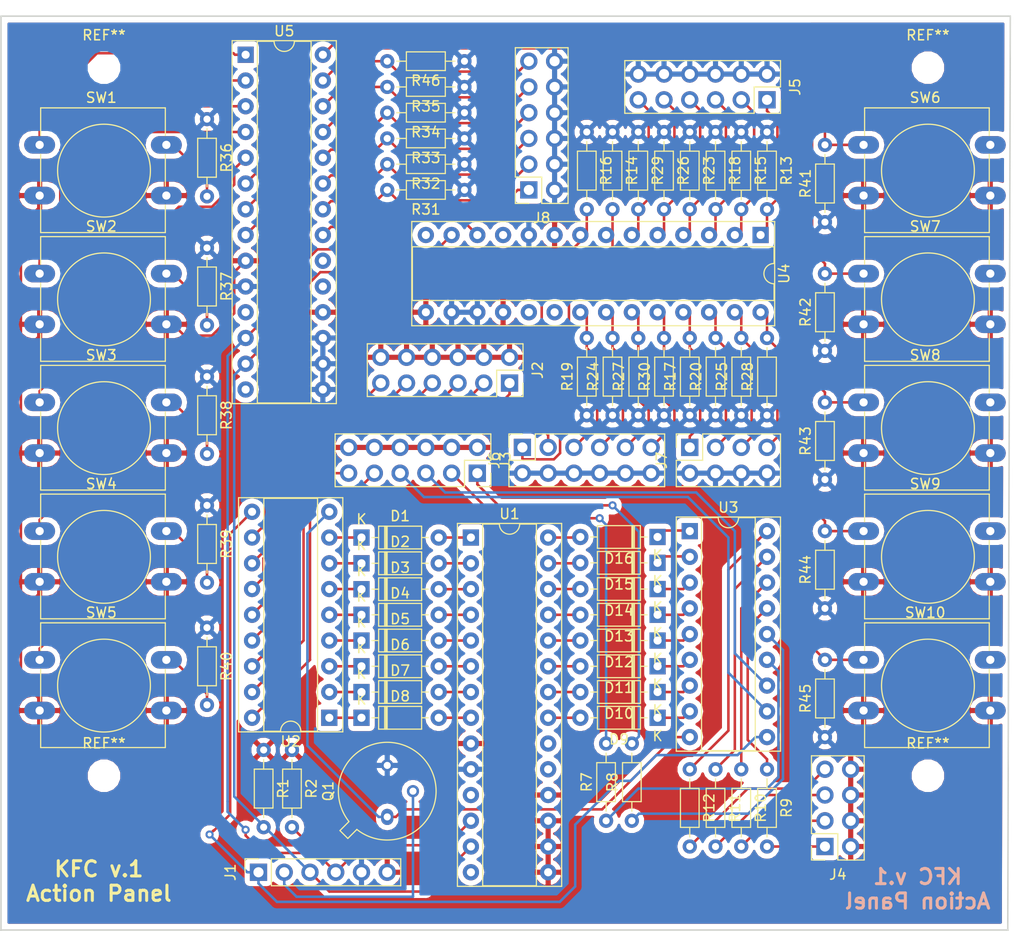
<source format=kicad_pcb>
(kicad_pcb (version 20171130) (host pcbnew "(5.0.1)-4")
  (layers (0 F.Cu signal) (31 B.Cu signal) (34 B.Paste user) (35 F.Paste user) (36 B.SilkS user) (37 F.SilkS user) (38 B.Mask user) (39 F.Mask user) (44 Edge.Cuts user))
  (net 0 "")
  (net 1 /LTEST)
  (net 2 "Net-(J1-Pad2)")
  (net 3 /SDA)
  (net 4 /SCK)
  (net 5 GND)
  (net 6 +5V)
  (net 7 /SASL6)
  (net 8 /SASL5)
  (net 9 /SASL4)
  (net 10 /SASL3)
  (net 11 /SASL2)
  (net 12 /SASL1)
  (net 13 /SASL7)
  (net 14 /SASL8)
  (net 15 /SASL9)
  (net 16 /SASL10)
  (net 17 "Net-(J4-Pad1)")
  (net 18 "Net-(J4-Pad3)")
  (net 19 "Net-(J4-Pad5)")
  (net 20 "Net-(J4-Pad7)")
  (net 21 /SAS6)
  (net 22 /SAS5)
  (net 23 /SAS4)
  (net 24 /SAS3)
  (net 25 /SAS2)
  (net 26 /SAS1)
  (net 27 /SAS7)
  (net 28 /SAS8)
  (net 29 /SAS9)
  (net 30 /SAS10)
  (net 31 /SASC)
  (net 32 /ATB)
  (net 33 /UNO3)
  (net 34 /UNO2)
  (net 35 /UNO1)
  (net 36 /RST)
  (net 37 /LSW)
  (net 38 /GSW)
  (net 39 /BSW)
  (net 40 /RSW)
  (net 41 /STSW)
  (net 42 /ASW)
  (net 43 /DIM)
  (net 44 /LGTL)
  (net 45 /GRL)
  (net 46 /BRKL)
  (net 47 /RCSL)
  (net 48 /UNI1)
  (net 49 /UNI2)
  (net 50 /AG1)
  (net 51 /AG2)
  (net 52 /AG3)
  (net 53 /AG4)
  (net 54 /AG5)
  (net 55 /AG6)
  (net 56 /AG7)
  (net 57 /AG8)
  (net 58 /AG9)
  (net 59 /AG10)
  (net 60 "Net-(U1-Pad19)")
  (net 61 "Net-(U1-Pad20)")
  (net 62 "Net-(U1-Pad11)")
  (net 63 "Net-(U1-Pad14)")
  (net 64 "Net-(U4-Pad14)")
  (net 65 "Net-(U4-Pad11)")
  (net 66 "Net-(U4-Pad20)")
  (net 67 "Net-(U4-Pad19)")
  (net 68 "Net-(U5-Pad19)")
  (net 69 "Net-(U5-Pad20)")
  (net 70 "Net-(U5-Pad11)")
  (net 71 "Net-(U5-Pad14)")
  (net 72 "Net-(D1-Pad2)")
  (net 73 "Net-(D1-Pad1)")
  (net 74 "Net-(D2-Pad1)")
  (net 75 "Net-(D2-Pad2)")
  (net 76 "Net-(D3-Pad2)")
  (net 77 "Net-(D3-Pad1)")
  (net 78 "Net-(D4-Pad1)")
  (net 79 "Net-(D4-Pad2)")
  (net 80 "Net-(D5-Pad2)")
  (net 81 "Net-(D5-Pad1)")
  (net 82 "Net-(D6-Pad1)")
  (net 83 "Net-(D6-Pad2)")
  (net 84 "Net-(D7-Pad2)")
  (net 85 "Net-(D7-Pad1)")
  (net 86 "Net-(D8-Pad1)")
  (net 87 "Net-(D8-Pad2)")
  (net 88 "Net-(D9-Pad1)")
  (net 89 "Net-(D9-Pad2)")
  (net 90 "Net-(D10-Pad2)")
  (net 91 "Net-(D10-Pad1)")
  (net 92 "Net-(D11-Pad1)")
  (net 93 "Net-(D11-Pad2)")
  (net 94 "Net-(D12-Pad2)")
  (net 95 "Net-(D12-Pad1)")
  (net 96 "Net-(D13-Pad1)")
  (net 97 "Net-(D13-Pad2)")
  (net 98 "Net-(D14-Pad2)")
  (net 99 "Net-(D14-Pad1)")
  (net 100 "Net-(D15-Pad1)")
  (net 101 "Net-(D15-Pad2)")
  (net 102 "Net-(D16-Pad2)")
  (net 103 "Net-(D16-Pad1)")
  (net 104 "Net-(J3-Pad1)")
  (net 105 "Net-(J3-Pad3)")
  (module Package_DIP:DIP-18_W7.62mm_Socket (layer F.Cu) (at 129.413 118.491 180)
    (fp_text reference U2 (at 3.81 -2.33 180) (layer F.SilkS))
    (fp_text value ULN2803A)
    (pad 1 thru_hole rect (at 0 0 180) (size 1.6 1.6) (drill 0.8) (layers *.Cu *.Mask) (net 86 "Net-(D8-Pad1)"))
    (pad 10 thru_hole oval (at 7.62 20.32 180) (size 1.6 1.6) (drill 0.8) (layers *.Cu *.Mask) (net 1 /LTEST))
    (pad 2 thru_hole oval (at 0 2.54 180) (size 1.6 1.6) (drill 0.8) (layers *.Cu *.Mask) (net 85 "Net-(D7-Pad1)"))
    (pad 11 thru_hole oval (at 7.62 17.78 180) (size 1.6 1.6) (drill 0.8) (layers *.Cu *.Mask) (net 12 /SASL1))
    (pad 3 thru_hole oval (at 0 5.08 180) (size 1.6 1.6) (drill 0.8) (layers *.Cu *.Mask) (net 82 "Net-(D6-Pad1)"))
    (pad 12 thru_hole oval (at 7.62 15.24 180) (size 1.6 1.6) (drill 0.8) (layers *.Cu *.Mask) (net 11 /SASL2))
    (pad 4 thru_hole oval (at 0 7.62 180) (size 1.6 1.6) (drill 0.8) (layers *.Cu *.Mask) (net 81 "Net-(D5-Pad1)"))
    (pad 13 thru_hole oval (at 7.62 12.7 180) (size 1.6 1.6) (drill 0.8) (layers *.Cu *.Mask) (net 10 /SASL3))
    (pad 5 thru_hole oval (at 0 10.16 180) (size 1.6 1.6) (drill 0.8) (layers *.Cu *.Mask) (net 78 "Net-(D4-Pad1)"))
    (pad 14 thru_hole oval (at 7.62 10.16 180) (size 1.6 1.6) (drill 0.8) (layers *.Cu *.Mask) (net 9 /SASL4))
    (pad 6 thru_hole oval (at 0 12.7 180) (size 1.6 1.6) (drill 0.8) (layers *.Cu *.Mask) (net 77 "Net-(D3-Pad1)"))
    (pad 15 thru_hole oval (at 7.62 7.62 180) (size 1.6 1.6) (drill 0.8) (layers *.Cu *.Mask) (net 8 /SASL5))
    (pad 7 thru_hole oval (at 0 15.24 180) (size 1.6 1.6) (drill 0.8) (layers *.Cu *.Mask) (net 74 "Net-(D2-Pad1)"))
    (pad 16 thru_hole oval (at 7.62 5.08 180) (size 1.6 1.6) (drill 0.8) (layers *.Cu *.Mask) (net 7 /SASL6))
    (pad 8 thru_hole oval (at 0 17.78 180) (size 1.6 1.6) (drill 0.8) (layers *.Cu *.Mask) (net 73 "Net-(D1-Pad1)"))
    (pad 17 thru_hole oval (at 7.62 2.54 180) (size 1.6 1.6) (drill 0.8) (layers *.Cu *.Mask) (net 13 /SASL7))
    (pad 9 thru_hole oval (at 0 20.32 180) (size 1.6 1.6) (drill 0.8) (layers *.Cu *.Mask) (net 43 /DIM))
    (pad 18 thru_hole oval (at 7.62 0 180) (size 1.6 1.6) (drill 0.8) (layers *.Cu *.Mask) (net 14 /SASL8))
  )
  (module MountingHole:MountingHole_2.2mm_M2 (layer F.Cu) (at 188.468 124.206)
    (fp_text reference REF** (at 0 -3.2) (layer F.SilkS))
    (fp_text value MountingHole_2.2mm_M2)
    (pad 1 np_thru_hole circle (at 0 0) (size 2.2 2.2) (drill 2.2) (layers *.Cu *.Mask))
  )
  (module MountingHole:MountingHole_2.2mm_M2 (layer F.Cu) (at 107.188 124.206)
    (fp_text reference REF** (at 0 -3.2) (layer F.SilkS))
    (fp_text value MountingHole_2.2mm_M2)
    (pad 1 np_thru_hole circle (at 0 0) (size 2.2 2.2) (drill 2.2) (layers *.Cu *.Mask))
  )
  (module MountingHole:MountingHole_2.2mm_M2 (layer F.Cu) (at 188.468 54.356)
    (fp_text reference REF** (at 0 -3.2) (layer F.SilkS))
    (fp_text value MountingHole_2.2mm_M2)
    (pad 1 np_thru_hole circle (at 0 0) (size 2.2 2.2) (drill 2.2) (layers *.Cu *.Mask))
  )
  (module Connector_PinSocket_2.54mm:PinSocket_1x06_P2.54mm_Vertical (layer F.Cu) (at 122.428 133.731 90)
    (fp_text reference J1 (at 0 -2.77 90) (layer F.SilkS))
    (fp_text value Conn_01x06)
    (pad 1 thru_hole rect (at 0 0 90) (size 1.7 1.7) (drill 1) (layers *.Cu *.Mask) (net 1 /LTEST))
    (pad 2 thru_hole oval (at 0 2.54 90) (size 1.7 1.7) (drill 1) (layers *.Cu *.Mask) (net 2 "Net-(J1-Pad2)"))
    (pad 3 thru_hole oval (at 0 5.08 90) (size 1.7 1.7) (drill 1) (layers *.Cu *.Mask) (net 3 /SDA))
    (pad 4 thru_hole oval (at 0 7.62 90) (size 1.7 1.7) (drill 1) (layers *.Cu *.Mask) (net 4 /SCK))
    (pad 5 thru_hole oval (at 0 10.16 90) (size 1.7 1.7) (drill 1) (layers *.Cu *.Mask) (net 5 GND))
    (pad 6 thru_hole oval (at 0 12.7 90) (size 1.7 1.7) (drill 1) (layers *.Cu *.Mask) (net 6 +5V))
  )
  (module Connector_PinSocket_2.54mm:PinSocket_2x06_P2.54mm_Vertical (layer F.Cu) (at 147.193 85.471 270)
    (fp_text reference J2 (at -1.27 -2.77 270) (layer F.SilkS))
    (fp_text value Conn_02x06_Odd_Even)
    (pad 12 thru_hole oval (at -2.54 12.7 270) (size 1.7 1.7) (drill 1) (layers *.Cu *.Mask) (net 6 +5V))
    (pad 11 thru_hole oval (at 0 12.7 270) (size 1.7 1.7) (drill 1) (layers *.Cu *.Mask) (net 12 /SASL1))
    (pad 10 thru_hole oval (at -2.54 10.16 270) (size 1.7 1.7) (drill 1) (layers *.Cu *.Mask) (net 6 +5V))
    (pad 9 thru_hole oval (at 0 10.16 270) (size 1.7 1.7) (drill 1) (layers *.Cu *.Mask) (net 11 /SASL2))
    (pad 8 thru_hole oval (at -2.54 7.62 270) (size 1.7 1.7) (drill 1) (layers *.Cu *.Mask) (net 6 +5V))
    (pad 7 thru_hole oval (at 0 7.62 270) (size 1.7 1.7) (drill 1) (layers *.Cu *.Mask) (net 10 /SASL3))
    (pad 6 thru_hole oval (at -2.54 5.08 270) (size 1.7 1.7) (drill 1) (layers *.Cu *.Mask) (net 6 +5V))
    (pad 5 thru_hole oval (at 0 5.08 270) (size 1.7 1.7) (drill 1) (layers *.Cu *.Mask) (net 9 /SASL4))
    (pad 4 thru_hole oval (at -2.54 2.54 270) (size 1.7 1.7) (drill 1) (layers *.Cu *.Mask) (net 6 +5V))
    (pad 3 thru_hole oval (at 0 2.54 270) (size 1.7 1.7) (drill 1) (layers *.Cu *.Mask) (net 8 /SASL5))
    (pad 2 thru_hole oval (at -2.54 0 270) (size 1.7 1.7) (drill 1) (layers *.Cu *.Mask) (net 6 +5V))
    (pad 1 thru_hole rect (at 0 0 270) (size 1.7 1.7) (drill 1) (layers *.Cu *.Mask) (net 7 /SASL6))
  )
  (module Connector_PinSocket_2.54mm:PinSocket_2x06_P2.54mm_Vertical (layer F.Cu) (at 144.018 94.361 270)
    (fp_text reference J3 (at -1.27 -2.77 270) (layer F.SilkS))
    (fp_text value Conn_02x06_Odd_Even)
    (pad 1 thru_hole rect (at 0 0 270) (size 1.7 1.7) (drill 1) (layers *.Cu *.Mask) (net 104 "Net-(J3-Pad1)"))
    (pad 2 thru_hole oval (at -2.54 0 270) (size 1.7 1.7) (drill 1) (layers *.Cu *.Mask) (net 6 +5V))
    (pad 3 thru_hole oval (at 0 2.54 270) (size 1.7 1.7) (drill 1) (layers *.Cu *.Mask) (net 105 "Net-(J3-Pad3)"))
    (pad 4 thru_hole oval (at -2.54 2.54 270) (size 1.7 1.7) (drill 1) (layers *.Cu *.Mask) (net 6 +5V))
    (pad 5 thru_hole oval (at 0 5.08 270) (size 1.7 1.7) (drill 1) (layers *.Cu *.Mask) (net 16 /SASL10))
    (pad 6 thru_hole oval (at -2.54 5.08 270) (size 1.7 1.7) (drill 1) (layers *.Cu *.Mask) (net 6 +5V))
    (pad 7 thru_hole oval (at 0 7.62 270) (size 1.7 1.7) (drill 1) (layers *.Cu *.Mask) (net 15 /SASL9))
    (pad 8 thru_hole oval (at -2.54 7.62 270) (size 1.7 1.7) (drill 1) (layers *.Cu *.Mask) (net 6 +5V))
    (pad 9 thru_hole oval (at 0 10.16 270) (size 1.7 1.7) (drill 1) (layers *.Cu *.Mask) (net 14 /SASL8))
    (pad 10 thru_hole oval (at -2.54 10.16 270) (size 1.7 1.7) (drill 1) (layers *.Cu *.Mask) (net 6 +5V))
    (pad 11 thru_hole oval (at 0 12.7 270) (size 1.7 1.7) (drill 1) (layers *.Cu *.Mask) (net 13 /SASL7))
    (pad 12 thru_hole oval (at -2.54 12.7 270) (size 1.7 1.7) (drill 1) (layers *.Cu *.Mask) (net 6 +5V))
  )
  (module Connector_PinSocket_2.54mm:PinSocket_2x04_P2.54mm_Vertical (layer F.Cu) (at 178.308 131.191 180)
    (fp_text reference J4 (at -1.27 -2.77 180) (layer F.SilkS))
    (fp_text value Conn_02x04_Odd_Even)
    (pad 1 thru_hole rect (at 0 0 180) (size 1.7 1.7) (drill 1) (layers *.Cu *.Mask) (net 17 "Net-(J4-Pad1)"))
    (pad 2 thru_hole oval (at -2.54 0 180) (size 1.7 1.7) (drill 1) (layers *.Cu *.Mask) (net 6 +5V))
    (pad 3 thru_hole oval (at 0 2.54 180) (size 1.7 1.7) (drill 1) (layers *.Cu *.Mask) (net 18 "Net-(J4-Pad3)"))
    (pad 4 thru_hole oval (at -2.54 2.54 180) (size 1.7 1.7) (drill 1) (layers *.Cu *.Mask) (net 6 +5V))
    (pad 5 thru_hole oval (at 0 5.08 180) (size 1.7 1.7) (drill 1) (layers *.Cu *.Mask) (net 19 "Net-(J4-Pad5)"))
    (pad 6 thru_hole oval (at -2.54 5.08 180) (size 1.7 1.7) (drill 1) (layers *.Cu *.Mask) (net 6 +5V))
    (pad 7 thru_hole oval (at 0 7.62 180) (size 1.7 1.7) (drill 1) (layers *.Cu *.Mask) (net 20 "Net-(J4-Pad7)"))
    (pad 8 thru_hole oval (at -2.54 7.62 180) (size 1.7 1.7) (drill 1) (layers *.Cu *.Mask) (net 6 +5V))
  )
  (module Connector_PinSocket_2.54mm:PinSocket_2x06_P2.54mm_Vertical (layer F.Cu) (at 172.593 57.531 270)
    (fp_text reference J5 (at -1.27 -2.77 270) (layer F.SilkS))
    (fp_text value Conn_02x06_Odd_Even)
    (pad 12 thru_hole oval (at -2.54 12.7 270) (size 1.7 1.7) (drill 1) (layers *.Cu *.Mask) (net 5 GND))
    (pad 11 thru_hole oval (at 0 12.7 270) (size 1.7 1.7) (drill 1) (layers *.Cu *.Mask) (net 21 /SAS6))
    (pad 10 thru_hole oval (at -2.54 10.16 270) (size 1.7 1.7) (drill 1) (layers *.Cu *.Mask) (net 5 GND))
    (pad 9 thru_hole oval (at 0 10.16 270) (size 1.7 1.7) (drill 1) (layers *.Cu *.Mask) (net 22 /SAS5))
    (pad 8 thru_hole oval (at -2.54 7.62 270) (size 1.7 1.7) (drill 1) (layers *.Cu *.Mask) (net 5 GND))
    (pad 7 thru_hole oval (at 0 7.62 270) (size 1.7 1.7) (drill 1) (layers *.Cu *.Mask) (net 23 /SAS4))
    (pad 6 thru_hole oval (at -2.54 5.08 270) (size 1.7 1.7) (drill 1) (layers *.Cu *.Mask) (net 5 GND))
    (pad 5 thru_hole oval (at 0 5.08 270) (size 1.7 1.7) (drill 1) (layers *.Cu *.Mask) (net 24 /SAS3))
    (pad 4 thru_hole oval (at -2.54 2.54 270) (size 1.7 1.7) (drill 1) (layers *.Cu *.Mask) (net 5 GND))
    (pad 3 thru_hole oval (at 0 2.54 270) (size 1.7 1.7) (drill 1) (layers *.Cu *.Mask) (net 25 /SAS2))
    (pad 2 thru_hole oval (at -2.54 0 270) (size 1.7 1.7) (drill 1) (layers *.Cu *.Mask) (net 5 GND))
    (pad 1 thru_hole rect (at 0 0 270) (size 1.7 1.7) (drill 1) (layers *.Cu *.Mask) (net 26 /SAS1))
  )
  (module Connector_PinSocket_2.54mm:PinSocket_2x06_P2.54mm_Vertical (layer F.Cu) (at 148.463 91.821 90)
    (fp_text reference J6 (at -1.27 -2.77 90) (layer F.SilkS))
    (fp_text value Conn_02x06_Odd_Even)
    (pad 1 thru_hole rect (at 0 0 90) (size 1.7 1.7) (drill 1) (layers *.Cu *.Mask) (net 27 /SAS7))
    (pad 2 thru_hole oval (at -2.54 0 90) (size 1.7 1.7) (drill 1) (layers *.Cu *.Mask) (net 5 GND))
    (pad 3 thru_hole oval (at 0 2.54 90) (size 1.7 1.7) (drill 1) (layers *.Cu *.Mask) (net 28 /SAS8))
    (pad 4 thru_hole oval (at -2.54 2.54 90) (size 1.7 1.7) (drill 1) (layers *.Cu *.Mask) (net 5 GND))
    (pad 5 thru_hole oval (at 0 5.08 90) (size 1.7 1.7) (drill 1) (layers *.Cu *.Mask) (net 29 /SAS9))
    (pad 6 thru_hole oval (at -2.54 5.08 90) (size 1.7 1.7) (drill 1) (layers *.Cu *.Mask) (net 5 GND))
    (pad 7 thru_hole oval (at 0 7.62 90) (size 1.7 1.7) (drill 1) (layers *.Cu *.Mask) (net 30 /SAS10))
    (pad 8 thru_hole oval (at -2.54 7.62 90) (size 1.7 1.7) (drill 1) (layers *.Cu *.Mask) (net 5 GND))
    (pad 9 thru_hole oval (at 0 10.16 90) (size 1.7 1.7) (drill 1) (layers *.Cu *.Mask) (net 31 /SASC))
    (pad 10 thru_hole oval (at -2.54 10.16 90) (size 1.7 1.7) (drill 1) (layers *.Cu *.Mask) (net 5 GND))
    (pad 11 thru_hole oval (at 0 12.7 90) (size 1.7 1.7) (drill 1) (layers *.Cu *.Mask) (net 32 /ATB))
    (pad 12 thru_hole oval (at -2.54 12.7 90) (size 1.7 1.7) (drill 1) (layers *.Cu *.Mask) (net 5 GND))
  )
  (module Connector_PinSocket_2.54mm:PinSocket_2x04_P2.54mm_Vertical (layer F.Cu) (at 164.973 91.821 90)
    (fp_text reference J7 (at -1.27 -2.77 90) (layer F.SilkS))
    (fp_text value Conn_02x04_Odd_Even)
    (pad 8 thru_hole oval (at -2.54 7.62 90) (size 1.7 1.7) (drill 1) (layers *.Cu *.Mask) (net 5 GND))
    (pad 7 thru_hole oval (at 0 7.62 90) (size 1.7 1.7) (drill 1) (layers *.Cu *.Mask) (net 33 /UNO3))
    (pad 6 thru_hole oval (at -2.54 5.08 90) (size 1.7 1.7) (drill 1) (layers *.Cu *.Mask) (net 5 GND))
    (pad 5 thru_hole oval (at 0 5.08 90) (size 1.7 1.7) (drill 1) (layers *.Cu *.Mask) (net 34 /UNO2))
    (pad 4 thru_hole oval (at -2.54 2.54 90) (size 1.7 1.7) (drill 1) (layers *.Cu *.Mask) (net 5 GND))
    (pad 3 thru_hole oval (at 0 2.54 90) (size 1.7 1.7) (drill 1) (layers *.Cu *.Mask) (net 35 /UNO1))
    (pad 2 thru_hole oval (at -2.54 0 90) (size 1.7 1.7) (drill 1) (layers *.Cu *.Mask) (net 5 GND))
    (pad 1 thru_hole rect (at 0 0 90) (size 1.7 1.7) (drill 1) (layers *.Cu *.Mask) (net 36 /RST))
  )
  (module Connector_PinSocket_2.54mm:PinSocket_2x06_P2.54mm_Vertical (layer F.Cu) (at 149.098 66.421 180)
    (fp_text reference J8 (at -1.27 -2.77 180) (layer F.SilkS))
    (fp_text value Conn_02x06_Odd_Even)
    (pad 1 thru_hole rect (at 0 0 180) (size 1.7 1.7) (drill 1) (layers *.Cu *.Mask) (net 37 /LSW))
    (pad 2 thru_hole oval (at -2.54 0 180) (size 1.7 1.7) (drill 1) (layers *.Cu *.Mask) (net 5 GND))
    (pad 3 thru_hole oval (at 0 2.54 180) (size 1.7 1.7) (drill 1) (layers *.Cu *.Mask) (net 38 /GSW))
    (pad 4 thru_hole oval (at -2.54 2.54 180) (size 1.7 1.7) (drill 1) (layers *.Cu *.Mask) (net 5 GND))
    (pad 5 thru_hole oval (at 0 5.08 180) (size 1.7 1.7) (drill 1) (layers *.Cu *.Mask) (net 39 /BSW))
    (pad 6 thru_hole oval (at -2.54 5.08 180) (size 1.7 1.7) (drill 1) (layers *.Cu *.Mask) (net 5 GND))
    (pad 7 thru_hole oval (at 0 7.62 180) (size 1.7 1.7) (drill 1) (layers *.Cu *.Mask) (net 40 /RSW))
    (pad 8 thru_hole oval (at -2.54 7.62 180) (size 1.7 1.7) (drill 1) (layers *.Cu *.Mask) (net 5 GND))
    (pad 9 thru_hole oval (at 0 10.16 180) (size 1.7 1.7) (drill 1) (layers *.Cu *.Mask) (net 41 /STSW))
    (pad 10 thru_hole oval (at -2.54 10.16 180) (size 1.7 1.7) (drill 1) (layers *.Cu *.Mask) (net 5 GND))
    (pad 11 thru_hole oval (at 0 12.7 180) (size 1.7 1.7) (drill 1) (layers *.Cu *.Mask) (net 42 /ASW))
    (pad 12 thru_hole oval (at -2.54 12.7 180) (size 1.7 1.7) (drill 1) (layers *.Cu *.Mask) (net 5 GND))
  )
  (module Package_TO_SOT_THT:TO-39-3 (layer F.Cu) (at 135.128 128.27 90)
    (fp_text reference Q1 (at 2.54 -5.82 90) (layer F.SilkS))
    (fp_text value 2N3906)
    (pad 1 thru_hole oval (at 0 0 90) (size 1.6 1.2) (drill 0.7) (layers *.Cu *.Mask) (net 43 /DIM))
    (pad 2 thru_hole oval (at 2.54 2.54 90) (size 1.2 1.2) (drill 0.7) (layers *.Cu *.Mask) (net 2 "Net-(J1-Pad2)"))
    (pad 3 thru_hole oval (at 5.08 0 90) (size 1.2 1.2) (drill 0.7) (layers *.Cu *.Mask) (net 5 GND))
  )
  (module Resistor_THT:R_Axial_DIN0204_L3.6mm_D1.6mm_P7.62mm_Horizontal (layer F.Cu) (at 122.936 121.666 270)
    (fp_text reference R1 (at 3.81 -1.92 270) (layer F.SilkS))
    (fp_text value R)
    (pad 1 thru_hole circle (at 0 0 270) (size 1.4 1.4) (drill 0.7) (layers *.Cu *.Mask) (net 6 +5V))
    (pad 2 thru_hole oval (at 7.62 0 270) (size 1.4 1.4) (drill 0.7) (layers *.Cu *.Mask) (net 3 /SDA))
  )
  (module Resistor_THT:R_Axial_DIN0204_L3.6mm_D1.6mm_P7.62mm_Horizontal (layer F.Cu) (at 125.73 121.666 270)
    (fp_text reference R2 (at 3.81 -1.92 270) (layer F.SilkS))
    (fp_text value R)
    (pad 1 thru_hole circle (at 0 0 270) (size 1.4 1.4) (drill 0.7) (layers *.Cu *.Mask) (net 6 +5V))
    (pad 2 thru_hole oval (at 7.62 0 270) (size 1.4 1.4) (drill 0.7) (layers *.Cu *.Mask) (net 4 /SCK))
  )
  (module Resistor_THT:R_Axial_DIN0204_L3.6mm_D1.6mm_P7.62mm_Horizontal (layer F.Cu) (at 156.718 128.651 90)
    (fp_text reference R7 (at 3.81 -1.92 90) (layer F.SilkS))
    (fp_text value 100)
    (pad 1 thru_hole circle (at 0 0 90) (size 1.4 1.4) (drill 0.7) (layers *.Cu *.Mask) (net 44 /LGTL))
    (pad 2 thru_hole oval (at 7.62 0 90) (size 1.4 1.4) (drill 0.7) (layers *.Cu *.Mask) (net 105 "Net-(J3-Pad3)"))
  )
  (module Resistor_THT:R_Axial_DIN0204_L3.6mm_D1.6mm_P7.62mm_Horizontal (layer F.Cu) (at 159.258 128.651 90)
    (fp_text reference R8 (at 3.81 -1.92 90) (layer F.SilkS))
    (fp_text value 100)
    (pad 2 thru_hole oval (at 7.62 0 90) (size 1.4 1.4) (drill 0.7) (layers *.Cu *.Mask) (net 104 "Net-(J3-Pad1)"))
    (pad 1 thru_hole circle (at 0 0 90) (size 1.4 1.4) (drill 0.7) (layers *.Cu *.Mask) (net 45 /GRL))
  )
  (module Resistor_THT:R_Axial_DIN0204_L3.6mm_D1.6mm_P7.62mm_Horizontal (layer F.Cu) (at 172.593 123.571 270)
    (fp_text reference R9 (at 3.81 -1.92 270) (layer F.SilkS))
    (fp_text value 100)
    (pad 1 thru_hole circle (at 0 0 270) (size 1.4 1.4) (drill 0.7) (layers *.Cu *.Mask) (net 46 /BRKL))
    (pad 2 thru_hole oval (at 7.62 0 270) (size 1.4 1.4) (drill 0.7) (layers *.Cu *.Mask) (net 17 "Net-(J4-Pad1)"))
  )
  (module Resistor_THT:R_Axial_DIN0204_L3.6mm_D1.6mm_P7.62mm_Horizontal (layer F.Cu) (at 170.053 123.571 270)
    (fp_text reference R10 (at 3.81 -1.92 270) (layer F.SilkS))
    (fp_text value 100)
    (pad 2 thru_hole oval (at 7.62 0 270) (size 1.4 1.4) (drill 0.7) (layers *.Cu *.Mask) (net 18 "Net-(J4-Pad3)"))
    (pad 1 thru_hole circle (at 0 0 270) (size 1.4 1.4) (drill 0.7) (layers *.Cu *.Mask) (net 47 /RCSL))
  )
  (module Resistor_THT:R_Axial_DIN0204_L3.6mm_D1.6mm_P7.62mm_Horizontal (layer F.Cu) (at 167.513 123.571 270)
    (fp_text reference R11 (at 3.81 -1.92 270) (layer F.SilkS))
    (fp_text value 100)
    (pad 1 thru_hole circle (at 0 0 270) (size 1.4 1.4) (drill 0.7) (layers *.Cu *.Mask) (net 48 /UNI1))
    (pad 2 thru_hole oval (at 7.62 0 270) (size 1.4 1.4) (drill 0.7) (layers *.Cu *.Mask) (net 19 "Net-(J4-Pad5)"))
  )
  (module Resistor_THT:R_Axial_DIN0204_L3.6mm_D1.6mm_P7.62mm_Horizontal (layer F.Cu) (at 164.973 123.571 270)
    (fp_text reference R12 (at 3.81 -1.92 270) (layer F.SilkS))
    (fp_text value 100)
    (pad 2 thru_hole oval (at 7.62 0 270) (size 1.4 1.4) (drill 0.7) (layers *.Cu *.Mask) (net 20 "Net-(J4-Pad7)"))
    (pad 1 thru_hole circle (at 0 0 270) (size 1.4 1.4) (drill 0.7) (layers *.Cu *.Mask) (net 49 /UNI2))
  )
  (module Resistor_THT:R_Axial_DIN0204_L3.6mm_D1.6mm_P7.62mm_Horizontal (layer F.Cu) (at 172.593 60.706 270)
    (fp_text reference R13 (at 3.81 -1.92 270) (layer F.SilkS))
    (fp_text value R)
    (pad 1 thru_hole circle (at 0 0 270) (size 1.4 1.4) (drill 0.7) (layers *.Cu *.Mask) (net 5 GND))
    (pad 2 thru_hole oval (at 7.62 0 270) (size 1.4 1.4) (drill 0.7) (layers *.Cu *.Mask) (net 26 /SAS1))
  )
  (module Resistor_THT:R_Axial_DIN0204_L3.6mm_D1.6mm_P7.62mm_Horizontal (layer F.Cu) (at 157.353 60.706 270)
    (fp_text reference R14 (at 3.81 -1.92 270) (layer F.SilkS))
    (fp_text value R)
    (pad 1 thru_hole circle (at 0 0 270) (size 1.4 1.4) (drill 0.7) (layers *.Cu *.Mask) (net 5 GND))
    (pad 2 thru_hole oval (at 7.62 0 270) (size 1.4 1.4) (drill 0.7) (layers *.Cu *.Mask) (net 27 /SAS7))
  )
  (module Resistor_THT:R_Axial_DIN0204_L3.6mm_D1.6mm_P7.62mm_Horizontal (layer F.Cu) (at 170.053 60.706 270)
    (fp_text reference R15 (at 3.81 -1.92 270) (layer F.SilkS))
    (fp_text value R)
    (pad 2 thru_hole oval (at 7.62 0 270) (size 1.4 1.4) (drill 0.7) (layers *.Cu *.Mask) (net 25 /SAS2))
    (pad 1 thru_hole circle (at 0 0 270) (size 1.4 1.4) (drill 0.7) (layers *.Cu *.Mask) (net 5 GND))
  )
  (module Resistor_THT:R_Axial_DIN0204_L3.6mm_D1.6mm_P7.62mm_Horizontal (layer F.Cu) (at 154.813 60.706 270)
    (fp_text reference R16 (at 3.81 -1.92 270) (layer F.SilkS))
    (fp_text value R)
    (pad 2 thru_hole oval (at 7.62 0 270) (size 1.4 1.4) (drill 0.7) (layers *.Cu *.Mask) (net 28 /SAS8))
    (pad 1 thru_hole circle (at 0 0 270) (size 1.4 1.4) (drill 0.7) (layers *.Cu *.Mask) (net 5 GND))
  )
  (module Resistor_THT:R_Axial_DIN0204_L3.6mm_D1.6mm_P7.62mm_Horizontal (layer F.Cu) (at 164.973 88.646 90)
    (fp_text reference R17 (at 3.81 -1.92 90) (layer F.SilkS))
    (fp_text value R)
    (pad 1 thru_hole circle (at 0 0 90) (size 1.4 1.4) (drill 0.7) (layers *.Cu *.Mask) (net 5 GND))
    (pad 2 thru_hole oval (at 7.62 0 90) (size 1.4 1.4) (drill 0.7) (layers *.Cu *.Mask) (net 36 /RST))
  )
  (module Resistor_THT:R_Axial_DIN0204_L3.6mm_D1.6mm_P7.62mm_Horizontal (layer F.Cu) (at 167.513 60.706 270)
    (fp_text reference R18 (at 3.81 -1.92 270) (layer F.SilkS))
    (fp_text value R)
    (pad 1 thru_hole circle (at 0 0 270) (size 1.4 1.4) (drill 0.7) (layers *.Cu *.Mask) (net 5 GND))
    (pad 2 thru_hole oval (at 7.62 0 270) (size 1.4 1.4) (drill 0.7) (layers *.Cu *.Mask) (net 24 /SAS3))
  )
  (module Resistor_THT:R_Axial_DIN0204_L3.6mm_D1.6mm_P7.62mm_Horizontal (layer F.Cu) (at 154.813 88.646 90)
    (fp_text reference R19 (at 3.81 -1.92 90) (layer F.SilkS))
    (fp_text value R)
    (pad 1 thru_hole circle (at 0 0 90) (size 1.4 1.4) (drill 0.7) (layers *.Cu *.Mask) (net 5 GND))
    (pad 2 thru_hole oval (at 7.62 0 90) (size 1.4 1.4) (drill 0.7) (layers *.Cu *.Mask) (net 29 /SAS9))
  )
  (module Resistor_THT:R_Axial_DIN0204_L3.6mm_D1.6mm_P7.62mm_Horizontal (layer F.Cu) (at 167.513 88.646 90)
    (fp_text reference R20 (at 3.81 -1.92 90) (layer F.SilkS))
    (fp_text value R)
    (pad 2 thru_hole oval (at 7.62 0 90) (size 1.4 1.4) (drill 0.7) (layers *.Cu *.Mask) (net 35 /UNO1))
    (pad 1 thru_hole circle (at 0 0 90) (size 1.4 1.4) (drill 0.7) (layers *.Cu *.Mask) (net 5 GND))
  )
  (module Resistor_THT:R_Axial_DIN0204_L3.6mm_D1.6mm_P7.62mm_Horizontal (layer F.Cu) (at 164.973 60.706 270)
    (fp_text reference R23 (at 3.81 -1.92 270) (layer F.SilkS))
    (fp_text value R)
    (pad 2 thru_hole oval (at 7.62 0 270) (size 1.4 1.4) (drill 0.7) (layers *.Cu *.Mask) (net 23 /SAS4))
    (pad 1 thru_hole circle (at 0 0 270) (size 1.4 1.4) (drill 0.7) (layers *.Cu *.Mask) (net 5 GND))
  )
  (module Resistor_THT:R_Axial_DIN0204_L3.6mm_D1.6mm_P7.62mm_Horizontal (layer F.Cu) (at 157.353 88.646 90)
    (fp_text reference R24 (at 3.81 -1.92 90) (layer F.SilkS))
    (fp_text value R)
    (pad 2 thru_hole oval (at 7.62 0 90) (size 1.4 1.4) (drill 0.7) (layers *.Cu *.Mask) (net 30 /SAS10))
    (pad 1 thru_hole circle (at 0 0 90) (size 1.4 1.4) (drill 0.7) (layers *.Cu *.Mask) (net 5 GND))
  )
  (module Resistor_THT:R_Axial_DIN0204_L3.6mm_D1.6mm_P7.62mm_Horizontal (layer F.Cu) (at 170.053 88.646 90)
    (fp_text reference R25 (at 3.81 -1.92 90) (layer F.SilkS))
    (fp_text value R)
    (pad 1 thru_hole circle (at 0 0 90) (size 1.4 1.4) (drill 0.7) (layers *.Cu *.Mask) (net 5 GND))
    (pad 2 thru_hole oval (at 7.62 0 90) (size 1.4 1.4) (drill 0.7) (layers *.Cu *.Mask) (net 34 /UNO2))
  )
  (module Resistor_THT:R_Axial_DIN0204_L3.6mm_D1.6mm_P7.62mm_Horizontal (layer F.Cu) (at 162.433 60.706 270)
    (fp_text reference R26 (at 3.81 -1.92 270) (layer F.SilkS))
    (fp_text value R)
    (pad 1 thru_hole circle (at 0 0 270) (size 1.4 1.4) (drill 0.7) (layers *.Cu *.Mask) (net 5 GND))
    (pad 2 thru_hole oval (at 7.62 0 270) (size 1.4 1.4) (drill 0.7) (layers *.Cu *.Mask) (net 22 /SAS5))
  )
  (module Resistor_THT:R_Axial_DIN0204_L3.6mm_D1.6mm_P7.62mm_Horizontal (layer F.Cu) (at 159.893 88.646 90)
    (fp_text reference R27 (at 3.81 -1.92 90) (layer F.SilkS))
    (fp_text value R)
    (pad 1 thru_hole circle (at 0 0 90) (size 1.4 1.4) (drill 0.7) (layers *.Cu *.Mask) (net 5 GND))
    (pad 2 thru_hole oval (at 7.62 0 90) (size 1.4 1.4) (drill 0.7) (layers *.Cu *.Mask) (net 31 /SASC))
  )
  (module Resistor_THT:R_Axial_DIN0204_L3.6mm_D1.6mm_P7.62mm_Horizontal (layer F.Cu) (at 172.593 88.646 90)
    (fp_text reference R28 (at 3.81 -1.92 90) (layer F.SilkS))
    (fp_text value R)
    (pad 2 thru_hole oval (at 7.62 0 90) (size 1.4 1.4) (drill 0.7) (layers *.Cu *.Mask) (net 33 /UNO3))
    (pad 1 thru_hole circle (at 0 0 90) (size 1.4 1.4) (drill 0.7) (layers *.Cu *.Mask) (net 5 GND))
  )
  (module Resistor_THT:R_Axial_DIN0204_L3.6mm_D1.6mm_P7.62mm_Horizontal (layer F.Cu) (at 159.893 60.706 270)
    (fp_text reference R29 (at 3.81 -1.92 270) (layer F.SilkS))
    (fp_text value R)
    (pad 2 thru_hole oval (at 7.62 0 270) (size 1.4 1.4) (drill 0.7) (layers *.Cu *.Mask) (net 21 /SAS6))
    (pad 1 thru_hole circle (at 0 0 270) (size 1.4 1.4) (drill 0.7) (layers *.Cu *.Mask) (net 5 GND))
  )
  (module Resistor_THT:R_Axial_DIN0204_L3.6mm_D1.6mm_P7.62mm_Horizontal (layer F.Cu) (at 162.433 88.646 90)
    (fp_text reference R30 (at 3.81 -1.92 90) (layer F.SilkS))
    (fp_text value R)
    (pad 2 thru_hole oval (at 7.62 0 90) (size 1.4 1.4) (drill 0.7) (layers *.Cu *.Mask) (net 32 /ATB))
    (pad 1 thru_hole circle (at 0 0 90) (size 1.4 1.4) (drill 0.7) (layers *.Cu *.Mask) (net 5 GND))
  )
  (module Resistor_THT:R_Axial_DIN0204_L3.6mm_D1.6mm_P7.62mm_Horizontal (layer F.Cu) (at 142.748 66.421 180)
    (fp_text reference R31 (at 3.81 -1.92 180) (layer F.SilkS))
    (fp_text value 4.7k)
    (pad 2 thru_hole oval (at 7.62 0 180) (size 1.4 1.4) (drill 0.7) (layers *.Cu *.Mask) (net 37 /LSW))
    (pad 1 thru_hole circle (at 0 0 180) (size 1.4 1.4) (drill 0.7) (layers *.Cu *.Mask) (net 5 GND))
  )
  (module Resistor_THT:R_Axial_DIN0204_L3.6mm_D1.6mm_P7.62mm_Horizontal (layer F.Cu) (at 142.748 63.881 180)
    (fp_text reference R32 (at 3.81 -1.92 180) (layer F.SilkS))
    (fp_text value R)
    (pad 2 thru_hole oval (at 7.62 0 180) (size 1.4 1.4) (drill 0.7) (layers *.Cu *.Mask) (net 38 /GSW))
    (pad 1 thru_hole circle (at 0 0 180) (size 1.4 1.4) (drill 0.7) (layers *.Cu *.Mask) (net 5 GND))
  )
  (module Resistor_THT:R_Axial_DIN0204_L3.6mm_D1.6mm_P7.62mm_Horizontal (layer F.Cu) (at 142.748 61.341 180)
    (fp_text reference R33 (at 3.81 -1.92 180) (layer F.SilkS))
    (fp_text value R)
    (pad 2 thru_hole oval (at 7.62 0 180) (size 1.4 1.4) (drill 0.7) (layers *.Cu *.Mask) (net 39 /BSW))
    (pad 1 thru_hole circle (at 0 0 180) (size 1.4 1.4) (drill 0.7) (layers *.Cu *.Mask) (net 5 GND))
  )
  (module Resistor_THT:R_Axial_DIN0204_L3.6mm_D1.6mm_P7.62mm_Horizontal (layer F.Cu) (at 142.748 58.801 180)
    (fp_text reference R34 (at 3.81 -1.92 180) (layer F.SilkS))
    (fp_text value R)
    (pad 1 thru_hole circle (at 0 0 180) (size 1.4 1.4) (drill 0.7) (layers *.Cu *.Mask) (net 5 GND))
    (pad 2 thru_hole oval (at 7.62 0 180) (size 1.4 1.4) (drill 0.7) (layers *.Cu *.Mask) (net 40 /RSW))
  )
  (module Resistor_THT:R_Axial_DIN0204_L3.6mm_D1.6mm_P7.62mm_Horizontal (layer F.Cu) (at 142.748 56.261 180)
    (fp_text reference R35 (at 3.81 -1.92 180) (layer F.SilkS))
    (fp_text value R)
    (pad 1 thru_hole circle (at 0 0 180) (size 1.4 1.4) (drill 0.7) (layers *.Cu *.Mask) (net 5 GND))
    (pad 2 thru_hole oval (at 7.62 0 180) (size 1.4 1.4) (drill 0.7) (layers *.Cu *.Mask) (net 41 /STSW))
  )
  (module Resistor_THT:R_Axial_DIN0204_L3.6mm_D1.6mm_P7.62mm_Horizontal (layer F.Cu) (at 117.348 59.436 270)
    (fp_text reference R36 (at 3.81 -1.92 270) (layer F.SilkS))
    (fp_text value R)
    (pad 1 thru_hole circle (at 0 0 270) (size 1.4 1.4) (drill 0.7) (layers *.Cu *.Mask) (net 5 GND))
    (pad 2 thru_hole oval (at 7.62 0 270) (size 1.4 1.4) (drill 0.7) (layers *.Cu *.Mask) (net 50 /AG1))
  )
  (module Resistor_THT:R_Axial_DIN0204_L3.6mm_D1.6mm_P7.62mm_Horizontal (layer F.Cu) (at 117.348 72.136 270)
    (fp_text reference R37 (at 3.81 -1.92 270) (layer F.SilkS))
    (fp_text value R)
    (pad 2 thru_hole oval (at 7.62 0 270) (size 1.4 1.4) (drill 0.7) (layers *.Cu *.Mask) (net 51 /AG2))
    (pad 1 thru_hole circle (at 0 0 270) (size 1.4 1.4) (drill 0.7) (layers *.Cu *.Mask) (net 5 GND))
  )
  (module Resistor_THT:R_Axial_DIN0204_L3.6mm_D1.6mm_P7.62mm_Horizontal (layer F.Cu) (at 117.348 84.836 270)
    (fp_text reference R38 (at 3.81 -1.92 270) (layer F.SilkS))
    (fp_text value R)
    (pad 1 thru_hole circle (at 0 0 270) (size 1.4 1.4) (drill 0.7) (layers *.Cu *.Mask) (net 5 GND))
    (pad 2 thru_hole oval (at 7.62 0 270) (size 1.4 1.4) (drill 0.7) (layers *.Cu *.Mask) (net 52 /AG3))
  )
  (module Resistor_THT:R_Axial_DIN0204_L3.6mm_D1.6mm_P7.62mm_Horizontal (layer F.Cu) (at 117.348 97.536 270)
    (fp_text reference R39 (at 3.81 -1.92 270) (layer F.SilkS))
    (fp_text value R)
    (pad 2 thru_hole oval (at 7.62 0 270) (size 1.4 1.4) (drill 0.7) (layers *.Cu *.Mask) (net 53 /AG4))
    (pad 1 thru_hole circle (at 0 0 270) (size 1.4 1.4) (drill 0.7) (layers *.Cu *.Mask) (net 5 GND))
  )
  (module Resistor_THT:R_Axial_DIN0204_L3.6mm_D1.6mm_P7.62mm_Horizontal (layer F.Cu) (at 117.348 109.601 270)
    (fp_text reference R40 (at 3.81 -1.92 270) (layer F.SilkS))
    (fp_text value R)
    (pad 1 thru_hole circle (at 0 0 270) (size 1.4 1.4) (drill 0.7) (layers *.Cu *.Mask) (net 5 GND))
    (pad 2 thru_hole oval (at 7.62 0 270) (size 1.4 1.4) (drill 0.7) (layers *.Cu *.Mask) (net 54 /AG5))
  )
  (module Resistor_THT:R_Axial_DIN0204_L3.6mm_D1.6mm_P7.62mm_Horizontal (layer F.Cu) (at 178.308 69.596 90)
    (fp_text reference R41 (at 3.81 -1.92 90) (layer F.SilkS))
    (fp_text value R)
    (pad 2 thru_hole oval (at 7.62 0 90) (size 1.4 1.4) (drill 0.7) (layers *.Cu *.Mask) (net 55 /AG6))
    (pad 1 thru_hole circle (at 0 0 90) (size 1.4 1.4) (drill 0.7) (layers *.Cu *.Mask) (net 5 GND))
  )
  (module Resistor_THT:R_Axial_DIN0204_L3.6mm_D1.6mm_P7.62mm_Horizontal (layer F.Cu) (at 178.308 82.296 90)
    (fp_text reference R42 (at 3.81 -1.92 90) (layer F.SilkS))
    (fp_text value R)
    (pad 1 thru_hole circle (at 0 0 90) (size 1.4 1.4) (drill 0.7) (layers *.Cu *.Mask) (net 5 GND))
    (pad 2 thru_hole oval (at 7.62 0 90) (size 1.4 1.4) (drill 0.7) (layers *.Cu *.Mask) (net 56 /AG7))
  )
  (module Resistor_THT:R_Axial_DIN0204_L3.6mm_D1.6mm_P7.62mm_Horizontal (layer F.Cu) (at 178.308 94.996 90)
    (fp_text reference R43 (at 3.81 -1.92 90) (layer F.SilkS))
    (fp_text value R)
    (pad 2 thru_hole oval (at 7.62 0 90) (size 1.4 1.4) (drill 0.7) (layers *.Cu *.Mask) (net 57 /AG8))
    (pad 1 thru_hole circle (at 0 0 90) (size 1.4 1.4) (drill 0.7) (layers *.Cu *.Mask) (net 5 GND))
  )
  (module Resistor_THT:R_Axial_DIN0204_L3.6mm_D1.6mm_P7.62mm_Horizontal (layer F.Cu) (at 178.308 107.696 90)
    (fp_text reference R44 (at 3.81 -1.92 90) (layer F.SilkS))
    (fp_text value R)
    (pad 1 thru_hole circle (at 0 0 90) (size 1.4 1.4) (drill 0.7) (layers *.Cu *.Mask) (net 5 GND))
    (pad 2 thru_hole oval (at 7.62 0 90) (size 1.4 1.4) (drill 0.7) (layers *.Cu *.Mask) (net 58 /AG9))
  )
  (module Resistor_THT:R_Axial_DIN0204_L3.6mm_D1.6mm_P7.62mm_Horizontal (layer F.Cu) (at 178.308 120.396 90)
    (fp_text reference R45 (at 3.81 -1.92 90) (layer F.SilkS))
    (fp_text value R)
    (pad 2 thru_hole oval (at 7.62 0 90) (size 1.4 1.4) (drill 0.7) (layers *.Cu *.Mask) (net 59 /AG10))
    (pad 1 thru_hole circle (at 0 0 90) (size 1.4 1.4) (drill 0.7) (layers *.Cu *.Mask) (net 5 GND))
  )
  (module Resistor_THT:R_Axial_DIN0204_L3.6mm_D1.6mm_P7.62mm_Horizontal (layer F.Cu) (at 142.748 53.721 180)
    (fp_text reference R46 (at 3.81 -1.92 180) (layer F.SilkS))
    (fp_text value R)
    (pad 2 thru_hole oval (at 7.62 0 180) (size 1.4 1.4) (drill 0.7) (layers *.Cu *.Mask) (net 42 /ASW))
    (pad 1 thru_hole circle (at 0 0 180) (size 1.4 1.4) (drill 0.7) (layers *.Cu *.Mask) (net 5 GND))
  )
  (module Button_Switch_THT:SW_PUSH-12mm (layer F.Cu) (at 100.838 61.976)
    (fp_text reference SW1 (at 6.08 -4.66) (layer F.SilkS))
    (fp_text value SW_SPST)
    (pad 1 thru_hole oval (at 12.5 0) (size 3.048 1.7272) (drill 0.8128) (layers *.Cu *.Mask) (net 50 /AG1))
    (pad 2 thru_hole oval (at 12.5 5) (size 3.048 1.7272) (drill 0.8128) (layers *.Cu *.Mask) (net 6 +5V))
    (pad 1 thru_hole oval (at 0 0) (size 3.048 1.7272) (drill 0.8128) (layers *.Cu *.Mask) (net 50 /AG1))
    (pad 2 thru_hole oval (at 0 5) (size 3.048 1.7272) (drill 0.8128) (layers *.Cu *.Mask) (net 6 +5V))
  )
  (module Button_Switch_THT:SW_PUSH-12mm (layer F.Cu) (at 100.838 74.676)
    (fp_text reference SW2 (at 6.08 -4.66) (layer F.SilkS))
    (fp_text value SW_SPST)
    (pad 1 thru_hole oval (at 12.5 0) (size 3.048 1.7272) (drill 0.8128) (layers *.Cu *.Mask) (net 51 /AG2))
    (pad 2 thru_hole oval (at 12.5 5) (size 3.048 1.7272) (drill 0.8128) (layers *.Cu *.Mask) (net 6 +5V))
    (pad 1 thru_hole oval (at 0 0) (size 3.048 1.7272) (drill 0.8128) (layers *.Cu *.Mask) (net 51 /AG2))
    (pad 2 thru_hole oval (at 0 5) (size 3.048 1.7272) (drill 0.8128) (layers *.Cu *.Mask) (net 6 +5V))
  )
  (module Button_Switch_THT:SW_PUSH-12mm (layer F.Cu) (at 100.838 87.376)
    (fp_text reference SW3 (at 6.08 -4.66) (layer F.SilkS))
    (fp_text value SW_SPST)
    (pad 1 thru_hole oval (at 12.5 0) (size 3.048 1.7272) (drill 0.8128) (layers *.Cu *.Mask) (net 52 /AG3))
    (pad 2 thru_hole oval (at 12.5 5) (size 3.048 1.7272) (drill 0.8128) (layers *.Cu *.Mask) (net 6 +5V))
    (pad 1 thru_hole oval (at 0 0) (size 3.048 1.7272) (drill 0.8128) (layers *.Cu *.Mask) (net 52 /AG3))
    (pad 2 thru_hole oval (at 0 5) (size 3.048 1.7272) (drill 0.8128) (layers *.Cu *.Mask) (net 6 +5V))
  )
  (module Button_Switch_THT:SW_PUSH-12mm (layer F.Cu) (at 100.838 100.076)
    (fp_text reference SW4 (at 6.08 -4.66) (layer F.SilkS))
    (fp_text value SW_SPST)
    (pad 1 thru_hole oval (at 12.5 0) (size 3.048 1.7272) (drill 0.8128) (layers *.Cu *.Mask) (net 53 /AG4))
    (pad 2 thru_hole oval (at 12.5 5) (size 3.048 1.7272) (drill 0.8128) (layers *.Cu *.Mask) (net 6 +5V))
    (pad 1 thru_hole oval (at 0 0) (size 3.048 1.7272) (drill 0.8128) (layers *.Cu *.Mask) (net 53 /AG4))
    (pad 2 thru_hole oval (at 0 5) (size 3.048 1.7272) (drill 0.8128) (layers *.Cu *.Mask) (net 6 +5V))
  )
  (module Button_Switch_THT:SW_PUSH-12mm (layer F.Cu) (at 100.838 112.776)
    (fp_text reference SW5 (at 6.08 -4.66) (layer F.SilkS))
    (fp_text value SW_SPST)
    (pad 2 thru_hole oval (at 0 5) (size 3.048 1.7272) (drill 0.8128) (layers *.Cu *.Mask) (net 6 +5V))
    (pad 1 thru_hole oval (at 0 0) (size 3.048 1.7272) (drill 0.8128) (layers *.Cu *.Mask) (net 54 /AG5))
    (pad 2 thru_hole oval (at 12.5 5) (size 3.048 1.7272) (drill 0.8128) (layers *.Cu *.Mask) (net 6 +5V))
    (pad 1 thru_hole oval (at 12.5 0) (size 3.048 1.7272) (drill 0.8128) (layers *.Cu *.Mask) (net 54 /AG5))
  )
  (module Button_Switch_THT:SW_PUSH-12mm (layer F.Cu) (at 182.118 61.976)
    (fp_text reference SW6 (at 6.08 -4.66) (layer F.SilkS))
    (fp_text value SW_SPST)
    (pad 2 thru_hole oval (at 0 5) (size 3.048 1.7272) (drill 0.8128) (layers *.Cu *.Mask) (net 6 +5V))
    (pad 1 thru_hole oval (at 0 0) (size 3.048 1.7272) (drill 0.8128) (layers *.Cu *.Mask) (net 55 /AG6))
    (pad 2 thru_hole oval (at 12.5 5) (size 3.048 1.7272) (drill 0.8128) (layers *.Cu *.Mask) (net 6 +5V))
    (pad 1 thru_hole oval (at 12.5 0) (size 3.048 1.7272) (drill 0.8128) (layers *.Cu *.Mask) (net 55 /AG6))
  )
  (module Button_Switch_THT:SW_PUSH-12mm (layer F.Cu) (at 182.118 74.676)
    (fp_text reference SW7 (at 6.08 -4.66) (layer F.SilkS))
    (fp_text value SW_SPST)
    (pad 1 thru_hole oval (at 12.5 0) (size 3.048 1.7272) (drill 0.8128) (layers *.Cu *.Mask) (net 56 /AG7))
    (pad 2 thru_hole oval (at 12.5 5) (size 3.048 1.7272) (drill 0.8128) (layers *.Cu *.Mask) (net 6 +5V))
    (pad 1 thru_hole oval (at 0 0) (size 3.048 1.7272) (drill 0.8128) (layers *.Cu *.Mask) (net 56 /AG7))
    (pad 2 thru_hole oval (at 0 5) (size 3.048 1.7272) (drill 0.8128) (layers *.Cu *.Mask) (net 6 +5V))
  )
  (module Button_Switch_THT:SW_PUSH-12mm (layer F.Cu) (at 182.118 87.376)
    (fp_text reference SW8 (at 6.08 -4.66) (layer F.SilkS))
    (fp_text value SW_SPST)
    (pad 2 thru_hole oval (at 0 5) (size 3.048 1.7272) (drill 0.8128) (layers *.Cu *.Mask) (net 6 +5V))
    (pad 1 thru_hole oval (at 0 0) (size 3.048 1.7272) (drill 0.8128) (layers *.Cu *.Mask) (net 57 /AG8))
    (pad 2 thru_hole oval (at 12.5 5) (size 3.048 1.7272) (drill 0.8128) (layers *.Cu *.Mask) (net 6 +5V))
    (pad 1 thru_hole oval (at 12.5 0) (size 3.048 1.7272) (drill 0.8128) (layers *.Cu *.Mask) (net 57 /AG8))
  )
  (module Button_Switch_THT:SW_PUSH-12mm (layer F.Cu) (at 182.118 100.076)
    (fp_text reference SW9 (at 6.08 -4.66) (layer F.SilkS))
    (fp_text value SW_SPST)
    (pad 2 thru_hole oval (at 0 5) (size 3.048 1.7272) (drill 0.8128) (layers *.Cu *.Mask) (net 6 +5V))
    (pad 1 thru_hole oval (at 0 0) (size 3.048 1.7272) (drill 0.8128) (layers *.Cu *.Mask) (net 58 /AG9))
    (pad 2 thru_hole oval (at 12.5 5) (size 3.048 1.7272) (drill 0.8128) (layers *.Cu *.Mask) (net 6 +5V))
    (pad 1 thru_hole oval (at 12.5 0) (size 3.048 1.7272) (drill 0.8128) (layers *.Cu *.Mask) (net 58 /AG9))
  )
  (module Button_Switch_THT:SW_PUSH-12mm (layer F.Cu) (at 182.118 112.776)
    (fp_text reference SW10 (at 6.08 -4.66) (layer F.SilkS))
    (fp_text value SW_SPST)
    (pad 2 thru_hole oval (at 0 5) (size 3.048 1.7272) (drill 0.8128) (layers *.Cu *.Mask) (net 6 +5V))
    (pad 1 thru_hole oval (at 0 0) (size 3.048 1.7272) (drill 0.8128) (layers *.Cu *.Mask) (net 59 /AG10))
    (pad 2 thru_hole oval (at 12.5 5) (size 3.048 1.7272) (drill 0.8128) (layers *.Cu *.Mask) (net 6 +5V))
    (pad 1 thru_hole oval (at 12.5 0) (size 3.048 1.7272) (drill 0.8128) (layers *.Cu *.Mask) (net 59 /AG10))
  )
  (module MountingHole:MountingHole_2.2mm_M2 (layer F.Cu) (at 107.188 54.356)
    (fp_text reference REF** (at 0 -3.2) (layer F.SilkS))
    (fp_text value MountingHole_2.2mm_M2)
    (pad 1 np_thru_hole circle (at 0 0) (size 2.2 2.2) (drill 2.2) (layers *.Cu *.Mask))
  )
  (module Diode_THT:D_DO-35_SOD27_P7.62mm_Horizontal (layer F.Cu) (at 132.588 100.711)
    (fp_text reference D1 (at 3.81 -2.12) (layer F.SilkS))
    (fp_text value D)
    (fp_text user K (at 0 -1.8) (layer F.SilkS))
    (pad 2 thru_hole oval (at 7.62 0) (size 1.6 1.6) (drill 0.8) (layers *.Cu *.Mask) (net 72 "Net-(D1-Pad2)"))
    (pad 1 thru_hole rect (at 0 0) (size 1.6 1.6) (drill 0.8) (layers *.Cu *.Mask) (net 73 "Net-(D1-Pad1)"))
  )
  (module Diode_THT:D_DO-35_SOD27_P7.62mm_Horizontal (layer F.Cu) (at 132.588 103.251)
    (fp_text reference D2 (at 3.81 -2.12) (layer F.SilkS))
    (fp_text value D)
    (fp_text user K (at 0 -1.8) (layer F.SilkS))
    (pad 1 thru_hole rect (at 0 0) (size 1.6 1.6) (drill 0.8) (layers *.Cu *.Mask) (net 74 "Net-(D2-Pad1)"))
    (pad 2 thru_hole oval (at 7.62 0) (size 1.6 1.6) (drill 0.8) (layers *.Cu *.Mask) (net 75 "Net-(D2-Pad2)"))
  )
  (module Diode_THT:D_DO-35_SOD27_P7.62mm_Horizontal (layer F.Cu) (at 132.588 105.806001)
    (fp_text reference D3 (at 3.81 -2.12) (layer F.SilkS))
    (fp_text value D)
    (fp_text user K (at 0 -1.8) (layer F.SilkS))
    (pad 2 thru_hole oval (at 7.62 0) (size 1.6 1.6) (drill 0.8) (layers *.Cu *.Mask) (net 76 "Net-(D3-Pad2)"))
    (pad 1 thru_hole rect (at 0 0) (size 1.6 1.6) (drill 0.8) (layers *.Cu *.Mask) (net 77 "Net-(D3-Pad1)"))
  )
  (module Diode_THT:D_DO-35_SOD27_P7.62mm_Horizontal (layer F.Cu) (at 132.588 108.331)
    (fp_text reference D4 (at 3.81 -2.12) (layer F.SilkS))
    (fp_text value D)
    (fp_text user K (at 0 -1.8) (layer F.SilkS))
    (pad 1 thru_hole rect (at 0 0) (size 1.6 1.6) (drill 0.8) (layers *.Cu *.Mask) (net 78 "Net-(D4-Pad1)"))
    (pad 2 thru_hole oval (at 7.62 0) (size 1.6 1.6) (drill 0.8) (layers *.Cu *.Mask) (net 79 "Net-(D4-Pad2)"))
  )
  (module Diode_THT:D_DO-35_SOD27_P7.62mm_Horizontal (layer F.Cu) (at 132.588 110.871)
    (fp_text reference D5 (at 3.81 -2.12) (layer F.SilkS))
    (fp_text value D)
    (fp_text user K (at 0 -1.8) (layer F.SilkS))
    (pad 2 thru_hole oval (at 7.62 0) (size 1.6 1.6) (drill 0.8) (layers *.Cu *.Mask) (net 80 "Net-(D5-Pad2)"))
    (pad 1 thru_hole rect (at 0 0) (size 1.6 1.6) (drill 0.8) (layers *.Cu *.Mask) (net 81 "Net-(D5-Pad1)"))
  )
  (module Diode_THT:D_DO-35_SOD27_P7.62mm_Horizontal (layer F.Cu) (at 132.588 113.411)
    (fp_text reference D6 (at 3.81 -2.12) (layer F.SilkS))
    (fp_text value D)
    (fp_text user K (at 0 -1.8) (layer F.SilkS))
    (pad 1 thru_hole rect (at 0 0) (size 1.6 1.6) (drill 0.8) (layers *.Cu *.Mask) (net 82 "Net-(D6-Pad1)"))
    (pad 2 thru_hole oval (at 7.62 0) (size 1.6 1.6) (drill 0.8) (layers *.Cu *.Mask) (net 83 "Net-(D6-Pad2)"))
  )
  (module Diode_THT:D_DO-35_SOD27_P7.62mm_Horizontal (layer F.Cu) (at 132.588 115.951)
    (fp_text reference D7 (at 3.81 -2.12) (layer F.SilkS))
    (fp_text value D)
    (fp_text user K (at 0 -1.8) (layer F.SilkS))
    (pad 2 thru_hole oval (at 7.62 0) (size 1.6 1.6) (drill 0.8) (layers *.Cu *.Mask) (net 84 "Net-(D7-Pad2)"))
    (pad 1 thru_hole rect (at 0 0) (size 1.6 1.6) (drill 0.8) (layers *.Cu *.Mask) (net 85 "Net-(D7-Pad1)"))
  )
  (module Diode_THT:D_DO-35_SOD27_P7.62mm_Horizontal (layer F.Cu) (at 132.588 118.491)
    (fp_text reference D8 (at 3.81 -2.12) (layer F.SilkS))
    (fp_text value D)
    (fp_text user K (at 0 -1.8) (layer F.SilkS))
    (pad 1 thru_hole rect (at 0 0) (size 1.6 1.6) (drill 0.8) (layers *.Cu *.Mask) (net 86 "Net-(D8-Pad1)"))
    (pad 2 thru_hole oval (at 7.62 0) (size 1.6 1.6) (drill 0.8) (layers *.Cu *.Mask) (net 87 "Net-(D8-Pad2)"))
  )
  (module Diode_THT:D_DO-35_SOD27_P7.62mm_Horizontal (layer F.Cu) (at 161.798 118.491 180)
    (fp_text reference D9 (at 3.81 -2.12 180) (layer F.SilkS))
    (fp_text value D)
    (fp_text user K (at 0 -1.8 180) (layer F.SilkS))
    (pad 1 thru_hole rect (at 0 0 180) (size 1.6 1.6) (drill 0.8) (layers *.Cu *.Mask) (net 88 "Net-(D9-Pad1)"))
    (pad 2 thru_hole oval (at 7.62 0 180) (size 1.6 1.6) (drill 0.8) (layers *.Cu *.Mask) (net 89 "Net-(D9-Pad2)"))
  )
  (module Diode_THT:D_DO-35_SOD27_P7.62mm_Horizontal (layer F.Cu) (at 161.798 115.951 180)
    (fp_text reference D10 (at 3.81 -2.12 180) (layer F.SilkS))
    (fp_text value D)
    (fp_text user K (at 0 -1.8 180) (layer F.SilkS))
    (pad 2 thru_hole oval (at 7.62 0 180) (size 1.6 1.6) (drill 0.8) (layers *.Cu *.Mask) (net 90 "Net-(D10-Pad2)"))
    (pad 1 thru_hole rect (at 0 0 180) (size 1.6 1.6) (drill 0.8) (layers *.Cu *.Mask) (net 91 "Net-(D10-Pad1)"))
  )
  (module Diode_THT:D_DO-35_SOD27_P7.62mm_Horizontal (layer F.Cu) (at 161.798 113.411 180)
    (fp_text reference D11 (at 3.81 -2.12 180) (layer F.SilkS))
    (fp_text value D)
    (fp_text user K (at 0 -1.8 180) (layer F.SilkS))
    (pad 1 thru_hole rect (at 0 0 180) (size 1.6 1.6) (drill 0.8) (layers *.Cu *.Mask) (net 92 "Net-(D11-Pad1)"))
    (pad 2 thru_hole oval (at 7.62 0 180) (size 1.6 1.6) (drill 0.8) (layers *.Cu *.Mask) (net 93 "Net-(D11-Pad2)"))
  )
  (module Diode_THT:D_DO-35_SOD27_P7.62mm_Horizontal (layer F.Cu) (at 161.798 110.871 180)
    (fp_text reference D12 (at 3.81 -2.12 180) (layer F.SilkS))
    (fp_text value D)
    (fp_text user K (at 0 -1.8 180) (layer F.SilkS))
    (pad 2 thru_hole oval (at 7.62 0 180) (size 1.6 1.6) (drill 0.8) (layers *.Cu *.Mask) (net 94 "Net-(D12-Pad2)"))
    (pad 1 thru_hole rect (at 0 0 180) (size 1.6 1.6) (drill 0.8) (layers *.Cu *.Mask) (net 95 "Net-(D12-Pad1)"))
  )
  (module Diode_THT:D_DO-35_SOD27_P7.62mm_Horizontal (layer F.Cu) (at 161.798 108.331 180)
    (fp_text reference D13 (at 3.81 -2.12 180) (layer F.SilkS))
    (fp_text value D)
    (fp_text user K (at 0 -1.8 180) (layer F.SilkS))
    (pad 1 thru_hole rect (at 0 0 180) (size 1.6 1.6) (drill 0.8) (layers *.Cu *.Mask) (net 96 "Net-(D13-Pad1)"))
    (pad 2 thru_hole oval (at 7.62 0 180) (size 1.6 1.6) (drill 0.8) (layers *.Cu *.Mask) (net 97 "Net-(D13-Pad2)"))
  )
  (module Diode_THT:D_DO-35_SOD27_P7.62mm_Horizontal (layer F.Cu) (at 161.798 105.791 180)
    (fp_text reference D14 (at 3.81 -2.12 180) (layer F.SilkS))
    (fp_text value D)
    (fp_text user K (at 0 -1.8 180) (layer F.SilkS))
    (pad 2 thru_hole oval (at 7.62 0 180) (size 1.6 1.6) (drill 0.8) (layers *.Cu *.Mask) (net 98 "Net-(D14-Pad2)"))
    (pad 1 thru_hole rect (at 0 0 180) (size 1.6 1.6) (drill 0.8) (layers *.Cu *.Mask) (net 99 "Net-(D14-Pad1)"))
  )
  (module Diode_THT:D_DO-35_SOD27_P7.62mm_Horizontal (layer F.Cu) (at 161.792999 103.205999 180)
    (fp_text reference D15 (at 3.81 -2.12 180) (layer F.SilkS))
    (fp_text value D)
    (fp_text user K (at 0 -1.8 180) (layer F.SilkS))
    (pad 1 thru_hole rect (at 0 0 180) (size 1.6 1.6) (drill 0.8) (layers *.Cu *.Mask) (net 100 "Net-(D15-Pad1)"))
    (pad 2 thru_hole oval (at 7.62 0 180) (size 1.6 1.6) (drill 0.8) (layers *.Cu *.Mask) (net 101 "Net-(D15-Pad2)"))
  )
  (module Diode_THT:D_DO-35_SOD27_P7.62mm_Horizontal (layer F.Cu) (at 161.792999 100.655999 180)
    (fp_text reference D16 (at 3.81 -2.12 180) (layer F.SilkS))
    (fp_text value D)
    (fp_text user K (at 0 -1.8 180) (layer F.SilkS))
    (pad 2 thru_hole oval (at 7.62 0 180) (size 1.6 1.6) (drill 0.8) (layers *.Cu *.Mask) (net 102 "Net-(D16-Pad2)"))
    (pad 1 thru_hole rect (at 0 0 180) (size 1.6 1.6) (drill 0.8) (layers *.Cu *.Mask) (net 103 "Net-(D16-Pad1)"))
  )
  (module Package_DIP:DIP-28_W7.62mm_Socket (layer F.Cu) (at 143.383 100.711)
    (fp_text reference U1 (at 3.81 -2.33) (layer F.SilkS))
    (fp_text value MCP23017_SP)
    (pad 1 thru_hole rect (at 0 0) (size 1.6 1.6) (drill 0.8) (layers *.Cu *.Mask) (net 72 "Net-(D1-Pad2)"))
    (pad 15 thru_hole oval (at 7.62 33.02) (size 1.6 1.6) (drill 0.8) (layers *.Cu *.Mask) (net 6 +5V))
    (pad 2 thru_hole oval (at 0 2.54) (size 1.6 1.6) (drill 0.8) (layers *.Cu *.Mask) (net 75 "Net-(D2-Pad2)"))
    (pad 16 thru_hole oval (at 7.62 30.48) (size 1.6 1.6) (drill 0.8) (layers *.Cu *.Mask) (net 6 +5V))
    (pad 3 thru_hole oval (at 0 5.08) (size 1.6 1.6) (drill 0.8) (layers *.Cu *.Mask) (net 76 "Net-(D3-Pad2)"))
    (pad 17 thru_hole oval (at 7.62 27.94) (size 1.6 1.6) (drill 0.8) (layers *.Cu *.Mask) (net 6 +5V))
    (pad 4 thru_hole oval (at 0 7.62) (size 1.6 1.6) (drill 0.8) (layers *.Cu *.Mask) (net 79 "Net-(D4-Pad2)"))
    (pad 18 thru_hole oval (at 7.62 25.4) (size 1.6 1.6) (drill 0.8) (layers *.Cu *.Mask) (net 6 +5V))
    (pad 5 thru_hole oval (at 0 10.16) (size 1.6 1.6) (drill 0.8) (layers *.Cu *.Mask) (net 80 "Net-(D5-Pad2)"))
    (pad 19 thru_hole oval (at 7.62 22.86) (size 1.6 1.6) (drill 0.8) (layers *.Cu *.Mask) (net 60 "Net-(U1-Pad19)"))
    (pad 6 thru_hole oval (at 0 12.7) (size 1.6 1.6) (drill 0.8) (layers *.Cu *.Mask) (net 83 "Net-(D6-Pad2)"))
    (pad 20 thru_hole oval (at 7.62 20.32) (size 1.6 1.6) (drill 0.8) (layers *.Cu *.Mask) (net 61 "Net-(U1-Pad20)"))
    (pad 7 thru_hole oval (at 0 15.24) (size 1.6 1.6) (drill 0.8) (layers *.Cu *.Mask) (net 84 "Net-(D7-Pad2)"))
    (pad 21 thru_hole oval (at 7.62 17.78) (size 1.6 1.6) (drill 0.8) (layers *.Cu *.Mask) (net 89 "Net-(D9-Pad2)"))
    (pad 8 thru_hole oval (at 0 17.78) (size 1.6 1.6) (drill 0.8) (layers *.Cu *.Mask) (net 87 "Net-(D8-Pad2)"))
    (pad 22 thru_hole oval (at 7.62 15.24) (size 1.6 1.6) (drill 0.8) (layers *.Cu *.Mask) (net 90 "Net-(D10-Pad2)"))
    (pad 9 thru_hole oval (at 0 20.32) (size 1.6 1.6) (drill 0.8) (layers *.Cu *.Mask) (net 6 +5V))
    (pad 23 thru_hole oval (at 7.62 12.7) (size 1.6 1.6) (drill 0.8) (layers *.Cu *.Mask) (net 93 "Net-(D11-Pad2)"))
    (pad 10 thru_hole oval (at 0 22.86) (size 1.6 1.6) (drill 0.8) (layers *.Cu *.Mask) (net 5 GND))
    (pad 24 thru_hole oval (at 7.62 10.16) (size 1.6 1.6) (drill 0.8) (layers *.Cu *.Mask) (net 94 "Net-(D12-Pad2)"))
    (pad 11 thru_hole oval (at 0 25.4) (size 1.6 1.6) (drill 0.8) (layers *.Cu *.Mask) (net 62 "Net-(U1-Pad11)"))
    (pad 25 thru_hole oval (at 7.62 7.62) (size 1.6 1.6) (drill 0.8) (layers *.Cu *.Mask) (net 97 "Net-(D13-Pad2)"))
    (pad 12 thru_hole oval (at 0 27.94) (size 1.6 1.6) (drill 0.8) (layers *.Cu *.Mask) (net 4 /SCK))
    (pad 26 thru_hole oval (at 7.62 5.08) (size 1.6 1.6) (drill 0.8) (layers *.Cu *.Mask) (net 98 "Net-(D14-Pad2)"))
    (pad 13 thru_hole oval (at 0 30.48) (size 1.6 1.6) (drill 0.8) (layers *.Cu *.Mask) (net 3 /SDA))
    (pad 27 thru_hole oval (at 7.62 2.54) (size 1.6 1.6) (drill 0.8) (layers *.Cu *.Mask) (net 101 "Net-(D15-Pad2)"))
    (pad 14 thru_hole oval (at 0 33.02) (size 1.6 1.6) (drill 0.8) (layers *.Cu *.Mask) (net 63 "Net-(U1-Pad14)"))
    (pad 28 thru_hole oval (at 7.62 0) (size 1.6 1.6) (drill 0.8) (layers *.Cu *.Mask) (net 102 "Net-(D16-Pad2)"))
  )
  (module Package_DIP:DIP-18_W7.62mm_Socket (layer F.Cu) (at 164.973 100.076)
    (fp_text reference U3 (at 3.81 -2.33) (layer F.SilkS))
    (fp_text value ULN2803A)
    (pad 1 thru_hole rect (at 0 0) (size 1.6 1.6) (drill 0.8) (layers *.Cu *.Mask) (net 103 "Net-(D16-Pad1)"))
    (pad 10 thru_hole oval (at 7.62 20.32) (size 1.6 1.6) (drill 0.8) (layers *.Cu *.Mask) (net 1 /LTEST))
    (pad 2 thru_hole oval (at 0 2.54) (size 1.6 1.6) (drill 0.8) (layers *.Cu *.Mask) (net 100 "Net-(D15-Pad1)"))
    (pad 11 thru_hole oval (at 7.62 17.78) (size 1.6 1.6) (drill 0.8) (layers *.Cu *.Mask) (net 15 /SASL9))
    (pad 3 thru_hole oval (at 0 5.08) (size 1.6 1.6) (drill 0.8) (layers *.Cu *.Mask) (net 99 "Net-(D14-Pad1)"))
    (pad 12 thru_hole oval (at 7.62 15.24) (size 1.6 1.6) (drill 0.8) (layers *.Cu *.Mask) (net 16 /SASL10))
    (pad 4 thru_hole oval (at 0 7.62) (size 1.6 1.6) (drill 0.8) (layers *.Cu *.Mask) (net 96 "Net-(D13-Pad1)"))
    (pad 13 thru_hole oval (at 7.62 12.7) (size 1.6 1.6) (drill 0.8) (layers *.Cu *.Mask) (net 44 /LGTL))
    (pad 5 thru_hole oval (at 0 10.16) (size 1.6 1.6) (drill 0.8) (layers *.Cu *.Mask) (net 95 "Net-(D12-Pad1)"))
    (pad 14 thru_hole oval (at 7.62 10.16) (size 1.6 1.6) (drill 0.8) (layers *.Cu *.Mask) (net 45 /GRL))
    (pad 6 thru_hole oval (at 0 12.7) (size 1.6 1.6) (drill 0.8) (layers *.Cu *.Mask) (net 92 "Net-(D11-Pad1)"))
    (pad 15 thru_hole oval (at 7.62 7.62) (size 1.6 1.6) (drill 0.8) (layers *.Cu *.Mask) (net 46 /BRKL))
    (pad 7 thru_hole oval (at 0 15.24) (size 1.6 1.6) (drill 0.8) (layers *.Cu *.Mask) (net 91 "Net-(D10-Pad1)"))
    (pad 16 thru_hole oval (at 7.62 5.08) (size 1.6 1.6) (drill 0.8) (layers *.Cu *.Mask) (net 47 /RCSL))
    (pad 8 thru_hole oval (at 0 17.78) (size 1.6 1.6) (drill 0.8) (layers *.Cu *.Mask) (net 88 "Net-(D9-Pad1)"))
    (pad 17 thru_hole oval (at 7.62 2.54) (size 1.6 1.6) (drill 0.8) (layers *.Cu *.Mask) (net 48 /UNI1))
    (pad 9 thru_hole oval (at 0 20.32) (size 1.6 1.6) (drill 0.8) (layers *.Cu *.Mask) (net 43 /DIM))
    (pad 18 thru_hole oval (at 7.62 0) (size 1.6 1.6) (drill 0.8) (layers *.Cu *.Mask) (net 49 /UNI2))
  )
  (module Package_DIP:DIP-28_W7.62mm_Socket (layer F.Cu) (at 171.958 70.866 270)
    (fp_text reference U4 (at 3.81 -2.33 270) (layer F.SilkS))
    (fp_text value MCP23017_SP)
    (pad 1 thru_hole rect (at 0 0 270) (size 1.6 1.6) (drill 0.8) (layers *.Cu *.Mask) (net 26 /SAS1))
    (pad 15 thru_hole oval (at 7.62 33.02 270) (size 1.6 1.6) (drill 0.8) (layers *.Cu *.Mask) (net 6 +5V))
    (pad 2 thru_hole oval (at 0 2.54 270) (size 1.6 1.6) (drill 0.8) (layers *.Cu *.Mask) (net 25 /SAS2))
    (pad 16 thru_hole oval (at 7.62 30.48 270) (size 1.6 1.6) (drill 0.8) (layers *.Cu *.Mask) (net 5 GND))
    (pad 3 thru_hole oval (at 0 5.08 270) (size 1.6 1.6) (drill 0.8) (layers *.Cu *.Mask) (net 24 /SAS3))
    (pad 17 thru_hole oval (at 7.62 27.94 270) (size 1.6 1.6) (drill 0.8) (layers *.Cu *.Mask) (net 5 GND))
    (pad 4 thru_hole oval (at 0 7.62 270) (size 1.6 1.6) (drill 0.8) (layers *.Cu *.Mask) (net 23 /SAS4))
    (pad 18 thru_hole oval (at 7.62 25.4 270) (size 1.6 1.6) (drill 0.8) (layers *.Cu *.Mask) (net 6 +5V))
    (pad 5 thru_hole oval (at 0 10.16 270) (size 1.6 1.6) (drill 0.8) (layers *.Cu *.Mask) (net 22 /SAS5))
    (pad 19 thru_hole oval (at 7.62 22.86 270) (size 1.6 1.6) (drill 0.8) (layers *.Cu *.Mask) (net 67 "Net-(U4-Pad19)"))
    (pad 6 thru_hole oval (at 0 12.7 270) (size 1.6 1.6) (drill 0.8) (layers *.Cu *.Mask) (net 21 /SAS6))
    (pad 20 thru_hole oval (at 7.62 20.32 270) (size 1.6 1.6) (drill 0.8) (layers *.Cu *.Mask) (net 66 "Net-(U4-Pad20)"))
    (pad 7 thru_hole oval (at 0 15.24 270) (size 1.6 1.6) (drill 0.8) (layers *.Cu *.Mask) (net 27 /SAS7))
    (pad 21 thru_hole oval (at 7.62 17.78 270) (size 1.6 1.6) (drill 0.8) (layers *.Cu *.Mask) (net 29 /SAS9))
    (pad 8 thru_hole oval (at 0 17.78 270) (size 1.6 1.6) (drill 0.8) (layers *.Cu *.Mask) (net 28 /SAS8))
    (pad 22 thru_hole oval (at 7.62 15.24 270) (size 1.6 1.6) (drill 0.8) (layers *.Cu *.Mask) (net 30 /SAS10))
    (pad 9 thru_hole oval (at 0 20.32 270) (size 1.6 1.6) (drill 0.8) (layers *.Cu *.Mask) (net 6 +5V))
    (pad 23 thru_hole oval (at 7.62 12.7 270) (size 1.6 1.6) (drill 0.8) (layers *.Cu *.Mask) (net 31 /SASC))
    (pad 10 thru_hole oval (at 0 22.86 270) (size 1.6 1.6) (drill 0.8) (layers *.Cu *.Mask) (net 5 GND))
    (pad 24 thru_hole oval (at 7.62 10.16 270) (size 1.6 1.6) (drill 0.8) (layers *.Cu *.Mask) (net 32 /ATB))
    (pad 11 thru_hole oval (at 0 25.4 270) (size 1.6 1.6) (drill 0.8) (layers *.Cu *.Mask) (net 65 "Net-(U4-Pad11)"))
    (pad 25 thru_hole oval (at 7.62 7.62 270) (size 1.6 1.6) (drill 0.8) (layers *.Cu *.Mask) (net 36 /RST))
    (pad 12 thru_hole oval (at 0 27.94 270) (size 1.6 1.6) (drill 0.8) (layers *.Cu *.Mask) (net 4 /SCK))
    (pad 26 thru_hole oval (at 7.62 5.08 270) (size 1.6 1.6) (drill 0.8) (layers *.Cu *.Mask) (net 35 /UNO1))
    (pad 13 thru_hole oval (at 0 30.48 270) (size 1.6 1.6) (drill 0.8) (layers *.Cu *.Mask) (net 3 /SDA))
    (pad 27 thru_hole oval (at 7.62 2.54 270) (size 1.6 1.6) (drill 0.8) (layers *.Cu *.Mask) (net 34 /UNO2))
    (pad 14 thru_hole oval (at 0 33.02 270) (size 1.6 1.6) (drill 0.8) (layers *.Cu *.Mask) (net 64 "Net-(U4-Pad14)"))
    (pad 28 thru_hole oval (at 7.62 0 270) (size 1.6 1.6) (drill 0.8) (layers *.Cu *.Mask) (net 33 /UNO3))
  )
  (module Package_DIP:DIP-28_W7.62mm_Socket (layer F.Cu) (at 121.158 53.086)
    (fp_text reference U5 (at 3.81 -2.33) (layer F.SilkS))
    (fp_text value MCP23017_SP)
    (pad 28 thru_hole oval (at 7.62 0) (size 1.6 1.6) (drill 0.8) (layers *.Cu *.Mask) (net 58 /AG9))
    (pad 14 thru_hole oval (at 0 33.02) (size 1.6 1.6) (drill 0.8) (layers *.Cu *.Mask) (net 71 "Net-(U5-Pad14)"))
    (pad 27 thru_hole oval (at 7.62 2.54) (size 1.6 1.6) (drill 0.8) (layers *.Cu *.Mask) (net 59 /AG10))
    (pad 13 thru_hole oval (at 0 30.48) (size 1.6 1.6) (drill 0.8) (layers *.Cu *.Mask) (net 3 /SDA))
    (pad 26 thru_hole oval (at 7.62 5.08) (size 1.6 1.6) (drill 0.8) (layers *.Cu *.Mask) (net 42 /ASW))
    (pad 12 thru_hole oval (at 0 27.94) (size 1.6 1.6) (drill 0.8) (layers *.Cu *.Mask) (net 4 /SCK))
    (pad 25 thru_hole oval (at 7.62 7.62) (size 1.6 1.6) (drill 0.8) (layers *.Cu *.Mask) (net 41 /STSW))
    (pad 11 thru_hole oval (at 0 25.4) (size 1.6 1.6) (drill 0.8) (layers *.Cu *.Mask) (net 70 "Net-(U5-Pad11)"))
    (pad 24 thru_hole oval (at 7.62 10.16) (size 1.6 1.6) (drill 0.8) (layers *.Cu *.Mask) (net 40 /RSW))
    (pad 10 thru_hole oval (at 0 22.86) (size 1.6 1.6) (drill 0.8) (layers *.Cu *.Mask) (net 5 GND))
    (pad 23 thru_hole oval (at 7.62 12.7) (size 1.6 1.6) (drill 0.8) (layers *.Cu *.Mask) (net 39 /BSW))
    (pad 9 thru_hole oval (at 0 20.32) (size 1.6 1.6) (drill 0.8) (layers *.Cu *.Mask) (net 6 +5V))
    (pad 22 thru_hole oval (at 7.62 15.24) (size 1.6 1.6) (drill 0.8) (layers *.Cu *.Mask) (net 38 /GSW))
    (pad 8 thru_hole oval (at 0 17.78) (size 1.6 1.6) (drill 0.8) (layers *.Cu *.Mask) (net 57 /AG8))
    (pad 21 thru_hole oval (at 7.62 17.78) (size 1.6 1.6) (drill 0.8) (layers *.Cu *.Mask) (net 37 /LSW))
    (pad 7 thru_hole oval (at 0 15.24) (size 1.6 1.6) (drill 0.8) (layers *.Cu *.Mask) (net 56 /AG7))
    (pad 20 thru_hole oval (at 7.62 20.32) (size 1.6 1.6) (drill 0.8) (layers *.Cu *.Mask) (net 69 "Net-(U5-Pad20)"))
    (pad 6 thru_hole oval (at 0 12.7) (size 1.6 1.6) (drill 0.8) (layers *.Cu *.Mask) (net 55 /AG6))
    (pad 19 thru_hole oval (at 7.62 22.86) (size 1.6 1.6) (drill 0.8) (layers *.Cu *.Mask) (net 68 "Net-(U5-Pad19)"))
    (pad 5 thru_hole oval (at 0 10.16) (size 1.6 1.6) (drill 0.8) (layers *.Cu *.Mask) (net 54 /AG5))
    (pad 18 thru_hole oval (at 7.62 25.4) (size 1.6 1.6) (drill 0.8) (layers *.Cu *.Mask) (net 6 +5V))
    (pad 4 thru_hole oval (at 0 7.62) (size 1.6 1.6) (drill 0.8) (layers *.Cu *.Mask) (net 53 /AG4))
    (pad 17 thru_hole oval (at 7.62 27.94) (size 1.6 1.6) (drill 0.8) (layers *.Cu *.Mask) (net 5 GND))
    (pad 3 thru_hole oval (at 0 5.08) (size 1.6 1.6) (drill 0.8) (layers *.Cu *.Mask) (net 52 /AG3))
    (pad 16 thru_hole oval (at 7.62 30.48) (size 1.6 1.6) (drill 0.8) (layers *.Cu *.Mask) (net 5 GND))
    (pad 2 thru_hole oval (at 0 2.54) (size 1.6 1.6) (drill 0.8) (layers *.Cu *.Mask) (net 51 /AG2))
    (pad 15 thru_hole oval (at 7.62 33.02) (size 1.6 1.6) (drill 0.8) (layers *.Cu *.Mask) (net 5 GND))
    (pad 1 thru_hole rect (at 0 0) (size 1.6 1.6) (drill 0.8) (layers *.Cu *.Mask) (net 50 /AG1))
  )
  (gr_text "KFC v.1\nAction Panel" (at 187.452 135.382) (layer B.SilkS) (effects (font (size 1.5 1.5) (thickness 0.3)) (justify mirror)))
  (gr_text "KFC v.1\nAction Panel" (at 106.68 134.62) (layer F.SilkS) (effects (font (size 1.5 1.5) (thickness 0.3))))
  (gr_line (start 196.342 139.446) (end 97.028 139.446) (layer Edge.Cuts) (width 0.2))
  (gr_line (start 196.596 49.276) (end 97.028 49.276) (layer Edge.Cuts) (width 0.15))
  (gr_line (start 196.342 139.446) (end 196.596 49.276) (layer Edge.Cuts) (width 0.15))
  (gr_line (start 97.028 49.276) (end 97.028 139.446) (layer Edge.Cuts) (width 0.15))
  (segment (start 121.328 133.731) (end 117.602 130.005) (width 0.25) (layer B.Cu) (net 1))
  (segment (start 122.428 133.731) (end 121.328 133.731) (width 0.25) (layer B.Cu) (net 1))
  (segment (start 117.602 130.005) (end 117.602 130.005) (width 0.25) (layer B.Cu) (net 1))
  (via (at 117.602 130.005) (size 0.8) (drill 0.4) (layers F.Cu B.Cu) (net 1))
  (segment (start 118.001999 129.605001) (end 118.044999 129.605001) (width 0.25) (layer F.Cu) (net 1))
  (segment (start 117.602 130.005) (end 118.001999 129.605001) (width 0.25) (layer F.Cu) (net 1))
  (segment (start 118.044999 129.605001) (end 119.634 128.016) (width 0.25) (layer F.Cu) (net 1))
  (segment (start 119.634 100.33) (end 121.793 98.171) (width 0.25) (layer F.Cu) (net 1))
  (segment (start 119.634 128.016) (end 119.634 100.33) (width 0.25) (layer F.Cu) (net 1))
  (segment (start 122.428 134.831) (end 122.428 133.731) (width 0.25) (layer B.Cu) (net 1))
  (segment (start 152.146 136.652) (end 124.249 136.652) (width 0.25) (layer B.Cu) (net 1))
  (segment (start 124.249 136.652) (end 122.428 134.831) (width 0.25) (layer B.Cu) (net 1))
  (segment (start 153.67 135.128) (end 152.146 136.652) (width 0.25) (layer B.Cu) (net 1))
  (segment (start 153.67 129.032) (end 153.67 135.128) (width 0.25) (layer B.Cu) (net 1))
  (segment (start 172.593 120.396) (end 171.46163 120.396) (width 0.25) (layer B.Cu) (net 1))
  (segment (start 171.46163 120.396) (end 169.68363 122.174) (width 0.25) (layer B.Cu) (net 1))
  (segment (start 169.68363 122.174) (end 161.677998 122.174) (width 0.25) (layer B.Cu) (net 1))
  (segment (start 161.677998 122.174) (end 159.137998 124.714) (width 0.25) (layer B.Cu) (net 1))
  (segment (start 159.137998 124.714) (end 157.988 124.714) (width 0.25) (layer B.Cu) (net 1))
  (segment (start 157.988 124.714) (end 153.67 129.032) (width 0.25) (layer B.Cu) (net 1))
  (segment (start 137.668 136.144) (end 137.668 125.73) (width 0.25) (layer B.Cu) (net 2))
  (segment (start 126.178919 136.144) (end 137.668 136.144) (width 0.25) (layer B.Cu) (net 2))
  (segment (start 124.968 133.731) (end 124.968 134.933081) (width 0.25) (layer B.Cu) (net 2))
  (segment (start 124.968 134.933081) (end 126.178919 136.144) (width 0.25) (layer B.Cu) (net 2))
  (segment (start 140.678001 71.665999) (end 141.478 70.866) (width 0.25) (layer F.Cu) (net 3))
  (segment (start 137.812999 74.531001) (end 140.678001 71.665999) (width 0.25) (layer F.Cu) (net 3))
  (segment (start 128.527997 74.531001) (end 137.812999 74.531001) (width 0.25) (layer F.Cu) (net 3))
  (segment (start 127.363001 75.695997) (end 128.527997 74.531001) (width 0.25) (layer F.Cu) (net 3))
  (segment (start 127.363001 77.360999) (end 127.363001 75.695997) (width 0.25) (layer F.Cu) (net 3))
  (segment (start 121.158 83.566) (end 127.363001 77.360999) (width 0.25) (layer F.Cu) (net 3))
  (segment (start 126.658001 132.881001) (end 127.508 133.731) (width 0.25) (layer B.Cu) (net 3))
  (segment (start 120.032999 126.255999) (end 126.658001 132.881001) (width 0.25) (layer B.Cu) (net 3))
  (segment (start 120.032999 84.691001) (end 120.032999 126.255999) (width 0.25) (layer B.Cu) (net 3))
  (segment (start 121.158 83.566) (end 120.032999 84.691001) (width 0.25) (layer B.Cu) (net 3))
  (segment (start 127.508 133.731) (end 129.413 135.636) (width 0.25) (layer F.Cu) (net 3))
  (segment (start 138.938 135.636) (end 143.383 131.191) (width 0.25) (layer F.Cu) (net 3))
  (segment (start 129.413 135.636) (end 138.938 135.636) (width 0.25) (layer F.Cu) (net 3))
  (segment (start 142.113 68.961) (end 144.018 70.866) (width 0.25) (layer F.Cu) (net 4))
  (segment (start 123.698 78.486) (end 123.698 76.820998) (width 0.25) (layer F.Cu) (net 4))
  (segment (start 121.158 81.026) (end 123.698 78.486) (width 0.25) (layer F.Cu) (net 4))
  (segment (start 123.698 76.820998) (end 128.237999 72.280999) (width 0.25) (layer F.Cu) (net 4))
  (segment (start 128.237999 72.280999) (end 132.443001 72.280999) (width 0.25) (layer F.Cu) (net 4))
  (segment (start 132.443001 72.280999) (end 135.763 68.961) (width 0.25) (layer F.Cu) (net 4))
  (segment (start 135.763 68.961) (end 142.113 68.961) (width 0.25) (layer F.Cu) (net 4))
  (segment (start 121.158 81.026) (end 120.032999 82.151001) (width 0.25) (layer B.Cu) (net 4))
  (segment (start 120.032999 82.151001) (end 119.38 82.804) (width 0.25) (layer B.Cu) (net 4))
  (segment (start 119.38 82.804) (end 119.38 89.916) (width 0.25) (layer B.Cu) (net 4))
  (segment (start 119.38 89.916) (end 119.38 126.746) (width 0.25) (layer B.Cu) (net 4))
  (segment (start 119.38 126.746) (end 119.38 127.762) (width 0.25) (layer B.Cu) (net 4))
  (segment (start 119.38 127.762) (end 121.158 129.54) (width 0.25) (layer B.Cu) (net 4))
  (segment (start 121.158 129.54) (end 121.158 129.54) (width 0.25) (layer B.Cu) (net 4))
  (via (at 121.158 129.54) (size 0.8) (drill 0.4) (layers F.Cu B.Cu) (net 4))
  (segment (start 130.048 133.731) (end 132.715 131.064) (width 0.25) (layer F.Cu) (net 4))
  (segment (start 140.97 131.064) (end 143.383 128.651) (width 0.25) (layer F.Cu) (net 4))
  (segment (start 132.715 131.064) (end 140.97 131.064) (width 0.25) (layer F.Cu) (net 4))
  (segment (start 121.158 130.105685) (end 122.878315 131.826) (width 0.25) (layer F.Cu) (net 4))
  (segment (start 121.158 129.54) (end 121.158 130.105685) (width 0.25) (layer F.Cu) (net 4))
  (segment (start 128.143 131.826) (end 130.048 133.731) (width 0.25) (layer F.Cu) (net 4))
  (segment (start 128.016 131.572) (end 125.73 129.286) (width 0.25) (layer F.Cu) (net 4))
  (segment (start 128.016 131.826) (end 128.016 131.572) (width 0.25) (layer F.Cu) (net 4))
  (segment (start 128.016 131.826) (end 128.143 131.826) (width 0.25) (layer F.Cu) (net 4))
  (segment (start 122.878315 131.826) (end 128.016 131.826) (width 0.25) (layer F.Cu) (net 4))
  (segment (start 100.838 106.1896) (end 100.838 105.076) (width 0.25) (layer F.Cu) (net 6))
  (segment (start 98.98899 108.03861) (end 100.838 106.1896) (width 0.25) (layer F.Cu) (net 6))
  (segment (start 100.838 116.6624) (end 98.98899 114.81339) (width 0.25) (layer F.Cu) (net 6))
  (segment (start 100.838 117.776) (end 100.838 116.6624) (width 0.25) (layer F.Cu) (net 6))
  (segment (start 98.98899 108.331) (end 98.98899 96.32199) (width 0.25) (layer F.Cu) (net 6))
  (segment (start 98.98899 108.331) (end 98.98899 108.03861) (width 0.25) (layer F.Cu) (net 6))
  (segment (start 98.98899 114.81339) (end 98.98899 108.331) (width 0.25) (layer F.Cu) (net 6))
  (segment (start 100.838 94.47298) (end 100.838 92.376) (width 0.25) (layer F.Cu) (net 6))
  (segment (start 98.98899 96.32199) (end 100.838 94.47298) (width 0.25) (layer F.Cu) (net 6))
  (segment (start 100.838 80.7896) (end 100.838 79.676) (width 0.25) (layer F.Cu) (net 6))
  (segment (start 98.98899 82.63861) (end 100.838 80.7896) (width 0.25) (layer F.Cu) (net 6))
  (segment (start 100.838 68.0896) (end 100.838 66.976) (width 0.25) (layer F.Cu) (net 6))
  (segment (start 98.98899 69.93861) (end 100.838 68.0896) (width 0.25) (layer F.Cu) (net 6))
  (segment (start 98.98899 82.931) (end 98.98899 69.93861) (width 0.25) (layer F.Cu) (net 6))
  (segment (start 98.98899 82.931) (end 98.98899 82.63861) (width 0.25) (layer F.Cu) (net 6))
  (segment (start 98.98899 96.32199) (end 98.98899 82.931) (width 0.25) (layer F.Cu) (net 6))
  (segment (start 120.358001 74.205999) (end 121.158 73.406) (width 0.25) (layer F.Cu) (net 6))
  (segment (start 120.032999 74.531001) (end 120.358001 74.205999) (width 0.25) (layer F.Cu) (net 6))
  (segment (start 120.032999 78.588003) (end 120.032999 74.531001) (width 0.25) (layer F.Cu) (net 6))
  (segment (start 117.831402 80.7896) (end 120.032999 78.588003) (width 0.25) (layer F.Cu) (net 6))
  (segment (start 115.112 80.7896) (end 117.831402 80.7896) (width 0.25) (layer F.Cu) (net 6))
  (segment (start 113.9984 79.676) (end 115.112 80.7896) (width 0.25) (layer F.Cu) (net 6))
  (segment (start 113.338 79.676) (end 113.9984 79.676) (width 0.25) (layer F.Cu) (net 6))
  (segment (start 147.193 86.571) (end 147.193 85.471) (width 0.25) (layer F.Cu) (net 7))
  (segment (start 143.50295 90.26105) (end 147.193 86.571) (width 0.25) (layer F.Cu) (net 7))
  (segment (start 126.52795 90.26105) (end 143.50295 90.26105) (width 0.25) (layer F.Cu) (net 7))
  (segment (start 126.238 90.551) (end 126.52795 90.26105) (width 0.25) (layer F.Cu) (net 7))
  (segment (start 126.238 108.966) (end 126.238 90.551) (width 0.25) (layer F.Cu) (net 7))
  (segment (start 121.793 113.411) (end 126.238 108.966) (width 0.25) (layer F.Cu) (net 7))
  (segment (start 143.803001 86.320999) (end 144.653 85.471) (width 0.25) (layer F.Cu) (net 8))
  (segment (start 140.31296 89.81104) (end 143.803001 86.320999) (width 0.25) (layer F.Cu) (net 8))
  (segment (start 125.953598 89.81104) (end 140.31296 89.81104) (width 0.25) (layer F.Cu) (net 8))
  (segment (start 125.603 90.161638) (end 125.953598 89.81104) (width 0.25) (layer F.Cu) (net 8))
  (segment (start 121.793 110.871) (end 125.603 107.061) (width 0.25) (layer F.Cu) (net 8))
  (segment (start 125.603 107.061) (end 125.603 90.161638) (width 0.25) (layer F.Cu) (net 8))
  (segment (start 124.968 105.156) (end 121.793 108.331) (width 0.25) (layer F.Cu) (net 9))
  (segment (start 124.968 90.160228) (end 124.968 105.156) (width 0.25) (layer F.Cu) (net 9))
  (segment (start 125.767198 89.36103) (end 124.968 90.160228) (width 0.25) (layer F.Cu) (net 9))
  (segment (start 142.113 85.471) (end 138.22297 89.36103) (width 0.25) (layer F.Cu) (net 9))
  (segment (start 138.22297 89.36103) (end 125.767198 89.36103) (width 0.25) (layer F.Cu) (net 9))
  (segment (start 122.592999 104.991001) (end 121.793 105.791) (width 0.25) (layer F.Cu) (net 10))
  (segment (start 122.918001 104.665999) (end 122.592999 104.991001) (width 0.25) (layer F.Cu) (net 10))
  (segment (start 136.13298 88.91102) (end 125.580798 88.91102) (width 0.25) (layer F.Cu) (net 10))
  (segment (start 125.580798 88.91102) (end 123.96302 90.528798) (width 0.25) (layer F.Cu) (net 10))
  (segment (start 139.573 85.471) (end 136.13298 88.91102) (width 0.25) (layer F.Cu) (net 10))
  (segment (start 123.96302 90.528798) (end 123.963019 101.717391) (width 0.25) (layer F.Cu) (net 10))
  (segment (start 123.963019 101.717391) (end 122.918001 102.762409) (width 0.25) (layer F.Cu) (net 10))
  (segment (start 122.918001 102.762409) (end 122.918001 104.665999) (width 0.25) (layer F.Cu) (net 10))
  (segment (start 136.183001 86.320999) (end 137.033 85.471) (width 0.25) (layer F.Cu) (net 11))
  (segment (start 134.04299 88.46101) (end 136.183001 86.320999) (width 0.25) (layer F.Cu) (net 11))
  (segment (start 125.394398 88.46101) (end 134.04299 88.46101) (width 0.25) (layer F.Cu) (net 11))
  (segment (start 123.51301 90.342398) (end 125.394398 88.46101) (width 0.25) (layer F.Cu) (net 11))
  (segment (start 123.51301 101.53099) (end 123.51301 90.342398) (width 0.25) (layer F.Cu) (net 11))
  (segment (start 121.793 103.251) (end 123.51301 101.53099) (width 0.25) (layer F.Cu) (net 11))
  (segment (start 131.953 88.011) (end 134.493 85.471) (width 0.25) (layer F.Cu) (net 12))
  (segment (start 125.207998 88.011) (end 131.953 88.011) (width 0.25) (layer F.Cu) (net 12))
  (segment (start 123.063 90.155998) (end 125.207998 88.011) (width 0.25) (layer F.Cu) (net 12))
  (segment (start 123.063 90.155998) (end 123.063 99.441) (width 0.25) (layer F.Cu) (net 12))
  (segment (start 123.063 99.441) (end 121.793 100.711) (width 0.25) (layer F.Cu) (net 12))
  (segment (start 128.778 94.361) (end 131.318 94.361) (width 0.25) (layer F.Cu) (net 13))
  (segment (start 126.873 96.266) (end 128.778 94.361) (width 0.25) (layer F.Cu) (net 13))
  (segment (start 121.793 115.951) (end 126.873 110.871) (width 0.25) (layer F.Cu) (net 13))
  (segment (start 126.873 110.871) (end 126.873 96.266) (width 0.25) (layer F.Cu) (net 13))
  (segment (start 121.793 118.491) (end 127.508 112.776) (width 0.25) (layer F.Cu) (net 14))
  (segment (start 127.508 112.776) (end 127.508 97.536) (width 0.25) (layer F.Cu) (net 14))
  (segment (start 133.008001 95.210999) (end 133.858 94.361) (width 0.25) (layer F.Cu) (net 14))
  (segment (start 131.953 96.266) (end 133.008001 95.210999) (width 0.25) (layer F.Cu) (net 14))
  (segment (start 128.778 96.266) (end 131.953 96.266) (width 0.25) (layer F.Cu) (net 14))
  (segment (start 127.508 97.536) (end 128.778 96.266) (width 0.25) (layer F.Cu) (net 14))
  (segment (start 172.593 117.856) (end 168.783 114.046) (width 0.25) (layer B.Cu) (net 15))
  (segment (start 168.783 114.046) (end 168.783 100.711) (width 0.25) (layer B.Cu) (net 15))
  (segment (start 137.247999 95.210999) (end 136.398 94.361) (width 0.25) (layer B.Cu) (net 15))
  (segment (start 138.75301 96.71601) (end 137.247999 95.210999) (width 0.25) (layer B.Cu) (net 15))
  (segment (start 164.78801 96.71601) (end 138.75301 96.71601) (width 0.25) (layer B.Cu) (net 15))
  (segment (start 168.783 100.711) (end 164.78801 96.71601) (width 0.25) (layer B.Cu) (net 15))
  (segment (start 169.418 112.141) (end 169.418 100.076) (width 0.25) (layer B.Cu) (net 16))
  (segment (start 172.593 115.316) (end 169.418 112.141) (width 0.25) (layer B.Cu) (net 16))
  (segment (start 169.418 100.076) (end 165.608 96.266) (width 0.25) (layer B.Cu) (net 16))
  (segment (start 140.843 96.266) (end 138.938 94.361) (width 0.25) (layer B.Cu) (net 16))
  (segment (start 165.608 96.266) (end 140.843 96.266) (width 0.25) (layer B.Cu) (net 16))
  (segment (start 172.593 131.191) (end 178.308 131.191) (width 0.25) (layer F.Cu) (net 17))
  (segment (start 172.593 128.651) (end 178.308 128.651) (width 0.25) (layer F.Cu) (net 18))
  (segment (start 170.053 131.191) (end 172.593 128.651) (width 0.25) (layer F.Cu) (net 18))
  (segment (start 172.593 126.111) (end 178.308 126.111) (width 0.25) (layer F.Cu) (net 19))
  (segment (start 167.513 131.191) (end 172.593 126.111) (width 0.25) (layer F.Cu) (net 19))
  (segment (start 164.973 131.191) (end 170.688 125.476) (width 0.25) (layer F.Cu) (net 20))
  (segment (start 176.403 125.476) (end 178.308 123.571) (width 0.25) (layer F.Cu) (net 20))
  (segment (start 170.688 125.476) (end 176.403 125.476) (width 0.25) (layer F.Cu) (net 20))
  (segment (start 159.893 70.866) (end 159.893 68.326) (width 0.25) (layer F.Cu) (net 21))
  (segment (start 160.742999 58.380999) (end 159.893 57.531) (width 0.25) (layer F.Cu) (net 21))
  (segment (start 160.918001 58.556001) (end 160.742999 58.380999) (width 0.25) (layer F.Cu) (net 21))
  (segment (start 160.918001 67.300999) (end 160.918001 58.556001) (width 0.25) (layer F.Cu) (net 21))
  (segment (start 159.893 68.326) (end 160.918001 67.300999) (width 0.25) (layer F.Cu) (net 21))
  (segment (start 162.433 70.866) (end 162.433 68.326) (width 0.25) (layer F.Cu) (net 22))
  (segment (start 163.282999 58.380999) (end 162.433 57.531) (width 0.25) (layer F.Cu) (net 22))
  (segment (start 163.458001 58.556001) (end 163.282999 58.380999) (width 0.25) (layer F.Cu) (net 22))
  (segment (start 163.458001 67.300999) (end 163.458001 58.556001) (width 0.25) (layer F.Cu) (net 22))
  (segment (start 162.433 68.326) (end 163.458001 67.300999) (width 0.25) (layer F.Cu) (net 22))
  (segment (start 164.973 70.866) (end 164.973 68.326) (width 0.25) (layer F.Cu) (net 23))
  (segment (start 165.822999 58.380999) (end 164.973 57.531) (width 0.25) (layer F.Cu) (net 23))
  (segment (start 165.998001 58.556001) (end 165.822999 58.380999) (width 0.25) (layer F.Cu) (net 23))
  (segment (start 165.998001 67.300999) (end 165.998001 58.556001) (width 0.25) (layer F.Cu) (net 23))
  (segment (start 164.973 68.326) (end 165.998001 67.300999) (width 0.25) (layer F.Cu) (net 23))
  (segment (start 167.513 70.866) (end 167.513 68.326) (width 0.25) (layer F.Cu) (net 24))
  (segment (start 168.362999 58.380999) (end 167.513 57.531) (width 0.25) (layer F.Cu) (net 24))
  (segment (start 168.538001 58.556001) (end 168.362999 58.380999) (width 0.25) (layer F.Cu) (net 24))
  (segment (start 168.538001 67.300999) (end 168.538001 58.556001) (width 0.25) (layer F.Cu) (net 24))
  (segment (start 167.513 68.326) (end 168.538001 67.300999) (width 0.25) (layer F.Cu) (net 24))
  (segment (start 170.053 70.866) (end 170.053 68.326) (width 0.25) (layer F.Cu) (net 25))
  (segment (start 170.902999 58.380999) (end 170.053 57.531) (width 0.25) (layer F.Cu) (net 25))
  (segment (start 171.323 58.801) (end 170.902999 58.380999) (width 0.25) (layer F.Cu) (net 25))
  (segment (start 171.323 67.056) (end 171.323 58.801) (width 0.25) (layer F.Cu) (net 25))
  (segment (start 170.053 68.326) (end 171.323 67.056) (width 0.25) (layer F.Cu) (net 25))
  (segment (start 172.593 70.866) (end 172.593 68.326) (width 0.25) (layer F.Cu) (net 26))
  (segment (start 172.593 58.631) (end 172.593 57.531) (width 0.25) (layer F.Cu) (net 26))
  (segment (start 173.618001 59.656001) (end 172.593 58.631) (width 0.25) (layer F.Cu) (net 26))
  (segment (start 173.618001 67.300999) (end 173.618001 59.656001) (width 0.25) (layer F.Cu) (net 26))
  (segment (start 172.593 68.326) (end 173.618001 67.300999) (width 0.25) (layer F.Cu) (net 26))
  (segment (start 157.353 68.326) (end 157.353 70.866) (width 0.25) (layer F.Cu) (net 27))
  (segment (start 157.353 70.866) (end 157.353 71.99737) (width 0.25) (layer F.Cu) (net 27))
  (segment (start 157.353 71.99737) (end 153.65837 75.692) (width 0.25) (layer F.Cu) (net 27))
  (segment (start 153.65837 75.692) (end 153.543 75.80737) (width 0.25) (layer F.Cu) (net 27))
  (segment (start 148.538001 92.996001) (end 148.463 92.921) (width 0.25) (layer F.Cu) (net 27))
  (segment (start 148.463 92.921) (end 148.463 91.821) (width 0.25) (layer F.Cu) (net 27))
  (segment (start 153.65837 75.692) (end 153.052999 76.297371) (width 0.25) (layer F.Cu) (net 27))
  (segment (start 153.052999 76.297371) (end 153.052999 89.136001) (width 0.25) (layer F.Cu) (net 27))
  (segment (start 153.052999 89.136001) (end 152.178001 90.010999) (width 0.25) (layer F.Cu) (net 27))
  (segment (start 152.178001 90.010999) (end 152.178001 92.385001) (width 0.25) (layer F.Cu) (net 27))
  (segment (start 152.178001 92.385001) (end 151.567001 92.996001) (width 0.25) (layer F.Cu) (net 27))
  (segment (start 151.567001 92.996001) (end 148.538001 92.996001) (width 0.25) (layer F.Cu) (net 27))
  (segment (start 151.003 90.618919) (end 151.003 91.821) (width 0.25) (layer F.Cu) (net 28))
  (segment (start 150.368 89.983919) (end 151.003 90.618919) (width 0.25) (layer F.Cu) (net 28))
  (segment (start 150.368 75.311) (end 150.368 89.983919) (width 0.25) (layer F.Cu) (net 28))
  (segment (start 154.813 70.866) (end 150.368 75.311) (width 0.25) (layer F.Cu) (net 28))
  (segment (start 154.813 68.326) (end 154.813 70.866) (width 0.25) (layer F.Cu) (net 28))
  (segment (start 154.813 78.486) (end 154.813 81.026) (width 0.25) (layer F.Cu) (net 29))
  (segment (start 154.392999 90.971001) (end 153.543 91.821) (width 0.25) (layer F.Cu) (net 29))
  (segment (start 155.838001 89.525999) (end 154.392999 90.971001) (width 0.25) (layer F.Cu) (net 29))
  (segment (start 155.838001 83.04095) (end 155.838001 89.525999) (width 0.25) (layer F.Cu) (net 29))
  (segment (start 154.813 82.015949) (end 155.838001 83.04095) (width 0.25) (layer F.Cu) (net 29))
  (segment (start 154.813 81.026) (end 154.813 82.015949) (width 0.25) (layer F.Cu) (net 29))
  (segment (start 157.353 78.486) (end 157.353 81.026) (width 0.25) (layer F.Cu) (net 30))
  (segment (start 156.932999 90.971001) (end 156.083 91.821) (width 0.25) (layer F.Cu) (net 30))
  (segment (start 158.378001 89.525999) (end 156.932999 90.971001) (width 0.25) (layer F.Cu) (net 30))
  (segment (start 158.378001 83.04095) (end 158.378001 89.525999) (width 0.25) (layer F.Cu) (net 30))
  (segment (start 157.353 82.015949) (end 158.378001 83.04095) (width 0.25) (layer F.Cu) (net 30))
  (segment (start 157.353 81.026) (end 157.353 82.015949) (width 0.25) (layer F.Cu) (net 30))
  (segment (start 159.893 78.486) (end 159.893 81.026) (width 0.25) (layer F.Cu) (net 31))
  (segment (start 159.472999 90.971001) (end 158.623 91.821) (width 0.25) (layer F.Cu) (net 31))
  (segment (start 160.918001 89.525999) (end 159.472999 90.971001) (width 0.25) (layer F.Cu) (net 31))
  (segment (start 160.918001 88.153999) (end 160.918001 89.525999) (width 0.25) (layer F.Cu) (net 31))
  (segment (start 159.893 87.128998) (end 160.918001 88.153999) (width 0.25) (layer F.Cu) (net 31))
  (segment (start 159.893 81.026) (end 159.893 87.128998) (width 0.25) (layer F.Cu) (net 31))
  (segment (start 162.433 78.486) (end 162.433 81.026) (width 0.25) (layer F.Cu) (net 32))
  (segment (start 162.012999 90.971001) (end 161.163 91.821) (width 0.25) (layer F.Cu) (net 32))
  (segment (start 163.458001 89.525999) (end 162.012999 90.971001) (width 0.25) (layer F.Cu) (net 32))
  (segment (start 163.458001 88.153999) (end 163.458001 89.525999) (width 0.25) (layer F.Cu) (net 32))
  (segment (start 162.433 87.128998) (end 163.458001 88.153999) (width 0.25) (layer F.Cu) (net 32))
  (segment (start 162.433 81.026) (end 162.433 87.128998) (width 0.25) (layer F.Cu) (net 32))
  (segment (start 172.593 78.486) (end 172.593 81.026) (width 0.25) (layer F.Cu) (net 33))
  (segment (start 173.442999 90.971001) (end 172.593 91.821) (width 0.25) (layer F.Cu) (net 33))
  (segment (start 173.618001 90.795999) (end 173.442999 90.971001) (width 0.25) (layer F.Cu) (net 33))
  (segment (start 173.618001 82.051001) (end 173.618001 90.795999) (width 0.25) (layer F.Cu) (net 33))
  (segment (start 172.593 81.026) (end 173.618001 82.051001) (width 0.25) (layer F.Cu) (net 33))
  (segment (start 170.053 78.486) (end 170.053 81.026) (width 0.25) (layer F.Cu) (net 34))
  (segment (start 170.902999 90.971001) (end 170.053 91.821) (width 0.25) (layer F.Cu) (net 34))
  (segment (start 171.078001 90.795999) (end 170.902999 90.971001) (width 0.25) (layer F.Cu) (net 34))
  (segment (start 171.078001 82.051001) (end 171.078001 90.795999) (width 0.25) (layer F.Cu) (net 34))
  (segment (start 170.053 81.026) (end 171.078001 82.051001) (width 0.25) (layer F.Cu) (net 34))
  (segment (start 167.513 78.486) (end 167.513 81.026) (width 0.25) (layer F.Cu) (net 35))
  (segment (start 168.362999 90.971001) (end 167.513 91.821) (width 0.25) (layer F.Cu) (net 35))
  (segment (start 168.538001 90.795999) (end 168.362999 90.971001) (width 0.25) (layer F.Cu) (net 35))
  (segment (start 168.538001 82.051001) (end 168.538001 90.795999) (width 0.25) (layer F.Cu) (net 35))
  (segment (start 167.513 81.026) (end 168.538001 82.051001) (width 0.25) (layer F.Cu) (net 35))
  (segment (start 164.973 78.486) (end 164.973 81.026) (width 0.25) (layer F.Cu) (net 36))
  (segment (start 164.973 90.721) (end 164.973 91.821) (width 0.25) (layer F.Cu) (net 36))
  (segment (start 165.998001 89.695999) (end 164.973 90.721) (width 0.25) (layer F.Cu) (net 36))
  (segment (start 165.998001 83.04095) (end 165.998001 89.695999) (width 0.25) (layer F.Cu) (net 36))
  (segment (start 164.973 82.015949) (end 165.998001 83.04095) (width 0.25) (layer F.Cu) (net 36))
  (segment (start 164.973 81.026) (end 164.973 82.015949) (width 0.25) (layer F.Cu) (net 36))
  (segment (start 134.428001 67.120999) (end 135.128 66.421) (width 0.25) (layer F.Cu) (net 37))
  (segment (start 131.482999 70.066001) (end 134.428001 67.120999) (width 0.25) (layer F.Cu) (net 37))
  (segment (start 129.577999 70.066001) (end 131.482999 70.066001) (width 0.25) (layer F.Cu) (net 37))
  (segment (start 128.778 70.866) (end 129.577999 70.066001) (width 0.25) (layer F.Cu) (net 37))
  (segment (start 147.998 66.421) (end 149.098 66.421) (width 0.25) (layer F.Cu) (net 37))
  (segment (start 146.972999 67.446001) (end 147.998 66.421) (width 0.25) (layer F.Cu) (net 37))
  (segment (start 136.153001 67.446001) (end 146.972999 67.446001) (width 0.25) (layer F.Cu) (net 37))
  (segment (start 135.128 66.421) (end 136.153001 67.446001) (width 0.25) (layer F.Cu) (net 37))
  (segment (start 134.428001 64.580999) (end 135.128 63.881) (width 0.25) (layer F.Cu) (net 38))
  (segment (start 131.482999 67.526001) (end 134.428001 64.580999) (width 0.25) (layer F.Cu) (net 38))
  (segment (start 129.577999 67.526001) (end 131.482999 67.526001) (width 0.25) (layer F.Cu) (net 38))
  (segment (start 128.778 68.326) (end 129.577999 67.526001) (width 0.25) (layer F.Cu) (net 38))
  (segment (start 148.248001 64.730999) (end 149.098 63.881) (width 0.25) (layer F.Cu) (net 38))
  (segment (start 148.072999 64.906001) (end 148.248001 64.730999) (width 0.25) (layer F.Cu) (net 38))
  (segment (start 136.153001 64.906001) (end 148.072999 64.906001) (width 0.25) (layer F.Cu) (net 38))
  (segment (start 135.128 63.881) (end 136.153001 64.906001) (width 0.25) (layer F.Cu) (net 38))
  (segment (start 148.248001 62.190999) (end 149.098 61.341) (width 0.25) (layer F.Cu) (net 39))
  (segment (start 148.072999 62.366001) (end 148.248001 62.190999) (width 0.25) (layer F.Cu) (net 39))
  (segment (start 136.153001 62.366001) (end 148.072999 62.366001) (width 0.25) (layer F.Cu) (net 39))
  (segment (start 135.128 61.341) (end 136.153001 62.366001) (width 0.25) (layer F.Cu) (net 39))
  (segment (start 134.428001 62.040999) (end 135.128 61.341) (width 0.25) (layer F.Cu) (net 39))
  (segment (start 131.482999 64.986001) (end 134.428001 62.040999) (width 0.25) (layer F.Cu) (net 39))
  (segment (start 129.577999 64.986001) (end 131.482999 64.986001) (width 0.25) (layer F.Cu) (net 39))
  (segment (start 128.778 65.786) (end 129.577999 64.986001) (width 0.25) (layer F.Cu) (net 39))
  (segment (start 134.428001 59.500999) (end 135.128 58.801) (width 0.25) (layer F.Cu) (net 40))
  (segment (start 131.482999 62.446001) (end 134.428001 59.500999) (width 0.25) (layer F.Cu) (net 40))
  (segment (start 129.577999 62.446001) (end 131.482999 62.446001) (width 0.25) (layer F.Cu) (net 40))
  (segment (start 128.778 63.246) (end 129.577999 62.446001) (width 0.25) (layer F.Cu) (net 40))
  (segment (start 148.248001 59.650999) (end 149.098 58.801) (width 0.25) (layer F.Cu) (net 40))
  (segment (start 148.072999 59.826001) (end 148.248001 59.650999) (width 0.25) (layer F.Cu) (net 40))
  (segment (start 136.153001 59.826001) (end 148.072999 59.826001) (width 0.25) (layer F.Cu) (net 40))
  (segment (start 135.128 58.801) (end 136.153001 59.826001) (width 0.25) (layer F.Cu) (net 40))
  (segment (start 133.223 56.261) (end 135.128 56.261) (width 0.25) (layer F.Cu) (net 41))
  (segment (start 128.778 60.706) (end 133.223 56.261) (width 0.25) (layer F.Cu) (net 41))
  (segment (start 148.248001 57.110999) (end 149.098 56.261) (width 0.25) (layer F.Cu) (net 41))
  (segment (start 148.072999 57.286001) (end 148.248001 57.110999) (width 0.25) (layer F.Cu) (net 41))
  (segment (start 136.153001 57.286001) (end 148.072999 57.286001) (width 0.25) (layer F.Cu) (net 41))
  (segment (start 135.128 56.261) (end 136.153001 57.286001) (width 0.25) (layer F.Cu) (net 41))
  (segment (start 133.223 53.721) (end 135.128 53.721) (width 0.25) (layer F.Cu) (net 42))
  (segment (start 128.778 58.166) (end 133.223 53.721) (width 0.25) (layer F.Cu) (net 42))
  (segment (start 148.248001 54.570999) (end 149.098 53.721) (width 0.25) (layer F.Cu) (net 42))
  (segment (start 148.072999 54.746001) (end 148.248001 54.570999) (width 0.25) (layer F.Cu) (net 42))
  (segment (start 136.153001 54.746001) (end 148.072999 54.746001) (width 0.25) (layer F.Cu) (net 42))
  (segment (start 135.128 53.721) (end 136.153001 54.746001) (width 0.25) (layer F.Cu) (net 42))
  (segment (start 135.978 128.27) (end 135.128 128.27) (width 0.25) (layer F.Cu) (net 43))
  (segment (start 136.722001 127.525999) (end 135.978 128.27) (width 0.25) (layer F.Cu) (net 43))
  (segment (start 156.325999 127.525999) (end 136.722001 127.525999) (width 0.25) (layer F.Cu) (net 43))
  (segment (start 163.455998 120.396) (end 156.325999 127.525999) (width 0.25) (layer F.Cu) (net 43))
  (segment (start 164.973 120.396) (end 163.455998 120.396) (width 0.25) (layer F.Cu) (net 43))
  (segment (start 134.278 128.27) (end 127.254 121.246) (width 0.25) (layer B.Cu) (net 43))
  (segment (start 135.128 128.27) (end 134.278 128.27) (width 0.25) (layer B.Cu) (net 43))
  (segment (start 127.254 100.33) (end 129.413 98.171) (width 0.25) (layer B.Cu) (net 43))
  (segment (start 127.254 121.246) (end 127.254 100.33) (width 0.25) (layer B.Cu) (net 43))
  (segment (start 173.392999 113.575999) (end 172.593 112.776) (width 0.25) (layer B.Cu) (net 44))
  (segment (start 173.718001 113.901001) (end 173.392999 113.575999) (width 0.25) (layer B.Cu) (net 44))
  (segment (start 173.718001 124.350999) (end 173.718001 113.901001) (width 0.25) (layer B.Cu) (net 44))
  (segment (start 172.593 125.476) (end 173.718001 124.350999) (width 0.25) (layer B.Cu) (net 44))
  (segment (start 159.893 125.476) (end 172.593 125.476) (width 0.25) (layer B.Cu) (net 44))
  (segment (start 156.718 128.651) (end 159.893 125.476) (width 0.25) (layer B.Cu) (net 44))
  (segment (start 173.392999 111.035999) (end 172.593 110.236) (width 0.25) (layer B.Cu) (net 45))
  (segment (start 174.168011 111.811011) (end 173.392999 111.035999) (width 0.25) (layer B.Cu) (net 45))
  (segment (start 174.168011 124.537399) (end 174.168011 111.811011) (width 0.25) (layer B.Cu) (net 45))
  (segment (start 170.754409 127.951001) (end 174.168011 124.537399) (width 0.25) (layer B.Cu) (net 45))
  (segment (start 159.957999 127.951001) (end 170.754409 127.951001) (width 0.25) (layer B.Cu) (net 45))
  (segment (start 159.258 128.651) (end 159.957999 127.951001) (width 0.25) (layer B.Cu) (net 45))
  (segment (start 172.593 122.581051) (end 170.688 120.676051) (width 0.25) (layer F.Cu) (net 46))
  (segment (start 172.593 123.571) (end 172.593 122.581051) (width 0.25) (layer F.Cu) (net 46))
  (segment (start 170.688 109.601) (end 172.593 107.696) (width 0.25) (layer F.Cu) (net 46))
  (segment (start 170.688 120.676051) (end 170.688 109.601) (width 0.25) (layer F.Cu) (net 46))
  (segment (start 170.053 107.696) (end 172.593 105.156) (width 0.25) (layer F.Cu) (net 47))
  (segment (start 170.053 123.571) (end 170.053 107.696) (width 0.25) (layer F.Cu) (net 47))
  (segment (start 167.513 123.571) (end 169.418 121.666) (width 0.25) (layer F.Cu) (net 48))
  (segment (start 169.418 105.791) (end 172.593 102.616) (width 0.25) (layer F.Cu) (net 48))
  (segment (start 169.418 121.666) (end 169.418 105.791) (width 0.25) (layer F.Cu) (net 48))
  (segment (start 168.783 103.886) (end 172.593 100.076) (width 0.25) (layer F.Cu) (net 49))
  (segment (start 164.973 123.571) (end 168.783 119.761) (width 0.25) (layer F.Cu) (net 49))
  (segment (start 168.783 119.761) (end 168.783 103.886) (width 0.25) (layer F.Cu) (net 49))
  (segment (start 113.9984 61.976) (end 113.338 61.976) (width 0.25) (layer F.Cu) (net 50))
  (segment (start 117.348 65.3256) (end 113.9984 61.976) (width 0.25) (layer F.Cu) (net 50))
  (segment (start 117.348 67.056) (end 117.348 65.3256) (width 0.25) (layer F.Cu) (net 50))
  (segment (start 100.838 58.596998) (end 100.838 61.976) (width 0.25) (layer F.Cu) (net 50))
  (segment (start 106.503999 52.930999) (end 100.838 58.596998) (width 0.25) (layer F.Cu) (net 50))
  (segment (start 119.952999 52.930999) (end 106.503999 52.930999) (width 0.25) (layer F.Cu) (net 50))
  (segment (start 120.108 53.086) (end 119.952999 52.930999) (width 0.25) (layer F.Cu) (net 50))
  (segment (start 121.158 53.086) (end 120.108 53.086) (width 0.25) (layer F.Cu) (net 50))
  (segment (start 113.9984 74.676) (end 113.338 74.676) (width 0.25) (layer F.Cu) (net 51))
  (segment (start 117.348 78.0256) (end 113.9984 74.676) (width 0.25) (layer F.Cu) (net 51))
  (segment (start 117.348 79.756) (end 117.348 78.0256) (width 0.25) (layer F.Cu) (net 51))
  (segment (start 100.838 73.5624) (end 100.838 74.676) (width 0.25) (layer F.Cu) (net 51))
  (segment (start 121.158 55.626) (end 109.728 55.626) (width 0.25) (layer F.Cu) (net 51))
  (segment (start 100.838 74.676) (end 100.838 70.866) (width 0.25) (layer F.Cu) (net 51))
  (segment (start 102.872 62.482) (end 109.728 55.626) (width 0.25) (layer F.Cu) (net 51))
  (segment (start 102.872 68.832) (end 102.872 62.482) (width 0.25) (layer F.Cu) (net 51))
  (segment (start 100.838 70.866) (end 102.872 68.832) (width 0.25) (layer F.Cu) (net 51))
  (segment (start 113.9984 87.376) (end 113.338 87.376) (width 0.25) (layer F.Cu) (net 52))
  (segment (start 117.348 90.7256) (end 113.9984 87.376) (width 0.25) (layer F.Cu) (net 52))
  (segment (start 117.348 92.456) (end 117.348 90.7256) (width 0.25) (layer F.Cu) (net 52))
  (segment (start 100.838 86.2624) (end 103.378 83.7224) (width 0.25) (layer F.Cu) (net 52))
  (segment (start 100.838 87.376) (end 100.838 86.2624) (width 0.25) (layer F.Cu) (net 52))
  (segment (start 103.378 83.7224) (end 103.378 62.61241) (width 0.25) (layer F.Cu) (net 52))
  (segment (start 107.82441 58.166) (end 121.158 58.166) (width 0.25) (layer F.Cu) (net 52))
  (segment (start 103.378 62.61241) (end 107.82441 58.166) (width 0.25) (layer F.Cu) (net 52))
  (segment (start 113.9984 100.076) (end 113.338 100.076) (width 0.25) (layer F.Cu) (net 53))
  (segment (start 117.348 103.4256) (end 113.9984 100.076) (width 0.25) (layer F.Cu) (net 53))
  (segment (start 117.348 105.156) (end 117.348 103.4256) (width 0.25) (layer F.Cu) (net 53))
  (segment (start 103.82801 95.97239) (end 103.82801 62.79881) (width 0.25) (layer F.Cu) (net 53))
  (segment (start 100.838 100.076) (end 100.838 98.9624) (width 0.25) (layer F.Cu) (net 53))
  (segment (start 100.838 98.9624) (end 103.82801 95.97239) (width 0.25) (layer F.Cu) (net 53))
  (segment (start 105.92082 60.706) (end 121.158 60.706) (width 0.25) (layer F.Cu) (net 53))
  (segment (start 103.82801 62.79881) (end 105.92082 60.706) (width 0.25) (layer F.Cu) (net 53))
  (segment (start 100.838 111.6624) (end 104.648 107.8524) (width 0.25) (layer F.Cu) (net 54))
  (segment (start 100.838 112.776) (end 100.838 111.6624) (width 0.25) (layer F.Cu) (net 54))
  (segment (start 120.358001 64.045999) (end 121.158 63.246) (width 0.25) (layer F.Cu) (net 54))
  (segment (start 120.032999 65.888003) (end 120.032999 64.371001) (width 0.25) (layer F.Cu) (net 54))
  (segment (start 117.840001 68.081001) (end 120.032999 65.888003) (width 0.25) (layer F.Cu) (net 54))
  (segment (start 114.574347 68.081001) (end 117.840001 68.081001) (width 0.25) (layer F.Cu) (net 54))
  (segment (start 120.032999 64.371001) (end 120.358001 64.045999) (width 0.25) (layer F.Cu) (net 54))
  (segment (start 104.648 78.007348) (end 114.574347 68.081001) (width 0.25) (layer F.Cu) (net 54))
  (segment (start 104.648 107.8524) (end 104.648 78.007348) (width 0.25) (layer F.Cu) (net 54))
  (segment (start 117.348 116.1256) (end 117.348 117.221) (width 0.25) (layer F.Cu) (net 54))
  (segment (start 113.9984 112.776) (end 117.348 116.1256) (width 0.25) (layer F.Cu) (net 54))
  (segment (start 113.338 112.776) (end 113.9984 112.776) (width 0.25) (layer F.Cu) (net 54))
  (segment (start 181.4576 61.976) (end 178.308 61.976) (width 0.25) (layer F.Cu) (net 55))
  (segment (start 182.118 61.976) (end 181.4576 61.976) (width 0.25) (layer F.Cu) (net 55))
  (segment (start 176.403 50.546) (end 178.308 52.451) (width 0.25) (layer F.Cu) (net 55))
  (segment (start 121.158 65.786) (end 125.603 61.341) (width 0.25) (layer F.Cu) (net 55))
  (segment (start 178.308 52.451) (end 178.308 61.976) (width 0.25) (layer F.Cu) (net 55))
  (segment (start 126.87018 50.546) (end 125.603 51.81318) (width 0.25) (layer F.Cu) (net 55))
  (segment (start 176.403 50.546) (end 126.87018 50.546) (width 0.25) (layer F.Cu) (net 55))
  (segment (start 125.603 51.81318) (end 125.603 61.341) (width 0.25) (layer F.Cu) (net 55))
  (segment (start 182.118 74.676) (end 178.308 74.676) (width 0.25) (layer F.Cu) (net 56))
  (segment (start 126.238 51.81459) (end 126.238 63.246) (width 0.25) (layer F.Cu) (net 56))
  (segment (start 178.308 74.676) (end 178.308 73.686051) (width 0.25) (layer F.Cu) (net 56))
  (segment (start 126.238 63.246) (end 121.158 68.326) (width 0.25) (layer F.Cu) (net 56))
  (segment (start 178.308 73.686051) (end 177.038 72.416051) (width 0.25) (layer F.Cu) (net 56))
  (segment (start 177.038 72.416051) (end 177.038 51.81741) (width 0.25) (layer F.Cu) (net 56))
  (segment (start 177.038 51.81741) (end 176.2166 50.99601) (width 0.25) (layer F.Cu) (net 56))
  (segment (start 176.2166 50.99601) (end 127.056579 50.996011) (width 0.25) (layer F.Cu) (net 56))
  (segment (start 127.056579 50.996011) (end 126.238 51.81459) (width 0.25) (layer F.Cu) (net 56))
  (segment (start 182.118 87.376) (end 181.4576 87.376) (width 0.25) (layer F.Cu) (net 57))
  (segment (start 182.118 87.376) (end 178.308 87.376) (width 0.25) (layer F.Cu) (net 57))
  (segment (start 126.873 65.151) (end 121.158 70.866) (width 0.25) (layer F.Cu) (net 57))
  (segment (start 126.873 51.816) (end 126.873 65.151) (width 0.25) (layer F.Cu) (net 57))
  (segment (start 127.24298 51.44602) (end 126.873 51.816) (width 0.25) (layer F.Cu) (net 57))
  (segment (start 178.308 86.386051) (end 176.403 84.481051) (width 0.25) (layer F.Cu) (net 57))
  (segment (start 178.308 87.376) (end 178.308 86.386051) (width 0.25) (layer F.Cu) (net 57))
  (segment (start 176.403 84.481051) (end 176.403 52.451) (width 0.25) (layer F.Cu) (net 57))
  (segment (start 175.39802 51.44602) (end 170.688 51.44602) (width 0.25) (layer F.Cu) (net 57))
  (segment (start 176.403 52.451) (end 175.39802 51.44602) (width 0.25) (layer F.Cu) (net 57))
  (segment (start 170.95302 51.44602) (end 170.688 51.44602) (width 0.25) (layer F.Cu) (net 57))
  (segment (start 170.688 51.44602) (end 127.24298 51.44602) (width 0.25) (layer F.Cu) (net 57))
  (segment (start 182.118 100.076) (end 181.4576 100.076) (width 0.25) (layer F.Cu) (net 58))
  (segment (start 129.96797 51.89603) (end 128.778 53.086) (width 0.25) (layer F.Cu) (net 58))
  (segment (start 178.308 99.086051) (end 175.768 96.546051) (width 0.25) (layer F.Cu) (net 58))
  (segment (start 178.308 100.076) (end 178.308 99.086051) (width 0.25) (layer F.Cu) (net 58))
  (segment (start 175.768 53.086) (end 174.57803 51.89603) (width 0.25) (layer F.Cu) (net 58))
  (segment (start 175.768 96.546051) (end 175.768 53.086) (width 0.25) (layer F.Cu) (net 58))
  (segment (start 174.57803 51.89603) (end 168.148 51.89603) (width 0.25) (layer F.Cu) (net 58))
  (segment (start 168.22803 51.89603) (end 168.148 51.89603) (width 0.25) (layer F.Cu) (net 58))
  (segment (start 168.148 51.89603) (end 129.96797 51.89603) (width 0.25) (layer F.Cu) (net 58))
  (segment (start 179.297949 100.076) (end 182.118 100.076) (width 0.25) (layer F.Cu) (net 58))
  (segment (start 178.308 100.076) (end 179.297949 100.076) (width 0.25) (layer F.Cu) (net 58))
  (segment (start 128.778 55.626) (end 129.577999 54.826001) (width 0.25) (layer F.Cu) (net 59))
  (segment (start 129.577999 54.826001) (end 131.953 52.451) (width 0.25) (layer F.Cu) (net 59))
  (segment (start 131.953 52.451) (end 138.938 52.451) (width 0.25) (layer F.Cu) (net 59))
  (segment (start 173.863 52.451) (end 138.30441 52.451) (width 0.25) (layer F.Cu) (net 59))
  (segment (start 175.133 53.721) (end 173.863 52.451) (width 0.25) (layer F.Cu) (net 59))
  (segment (start 178.308 112.776) (end 175.133 109.601) (width 0.25) (layer F.Cu) (net 59))
  (segment (start 175.133 109.601) (end 175.133 53.721) (width 0.25) (layer F.Cu) (net 59))
  (segment (start 179.297949 112.776) (end 182.118 112.776) (width 0.25) (layer F.Cu) (net 59))
  (segment (start 178.308 112.776) (end 179.297949 112.776) (width 0.25) (layer F.Cu) (net 59))
  (segment (start 140.208 100.711) (end 143.383 100.711) (width 0.25) (layer F.Cu) (net 72))
  (segment (start 129.413 100.711) (end 132.588 100.711) (width 0.25) (layer F.Cu) (net 73))
  (segment (start 129.413 103.251) (end 132.588 103.251) (width 0.25) (layer F.Cu) (net 74))
  (segment (start 143.383 103.251) (end 140.208 103.251) (width 0.25) (layer F.Cu) (net 75))
  (segment (start 143.367999 105.806001) (end 143.383 105.791) (width 0.25) (layer F.Cu) (net 76))
  (segment (start 140.208 105.806001) (end 143.367999 105.806001) (width 0.25) (layer F.Cu) (net 76))
  (segment (start 132.572999 105.791) (end 132.588 105.806001) (width 0.25) (layer F.Cu) (net 77))
  (segment (start 129.413 105.791) (end 132.572999 105.791) (width 0.25) (layer F.Cu) (net 77))
  (segment (start 129.413 108.331) (end 132.588 108.331) (width 0.25) (layer F.Cu) (net 78))
  (segment (start 140.208 108.331) (end 143.383 108.331) (width 0.25) (layer F.Cu) (net 79))
  (segment (start 140.208 110.871) (end 143.383 110.871) (width 0.25) (layer F.Cu) (net 80))
  (segment (start 129.413 110.871) (end 132.588 110.871) (width 0.25) (layer F.Cu) (net 81))
  (segment (start 132.588 113.411) (end 129.413 113.411) (width 0.25) (layer F.Cu) (net 82))
  (segment (start 140.208 113.411) (end 143.383 113.411) (width 0.25) (layer F.Cu) (net 83))
  (segment (start 140.208 115.951) (end 143.383 115.951) (width 0.25) (layer F.Cu) (net 84))
  (segment (start 129.413 115.951) (end 132.588 115.951) (width 0.25) (layer F.Cu) (net 85))
  (segment (start 129.413 118.491) (end 132.588 118.491) (width 0.25) (layer F.Cu) (net 86))
  (segment (start 140.208 118.491) (end 143.383 118.491) (width 0.25) (layer F.Cu) (net 87))
  (segment (start 164.338 118.491) (end 164.973 117.856) (width 0.25) (layer F.Cu) (net 88))
  (segment (start 161.798 118.491) (end 164.338 118.491) (width 0.25) (layer F.Cu) (net 88))
  (segment (start 151.003 118.491) (end 154.178 118.491) (width 0.25) (layer F.Cu) (net 89))
  (segment (start 151.003 115.951) (end 154.178 115.951) (width 0.25) (layer F.Cu) (net 90))
  (segment (start 164.338 115.951) (end 164.973 115.316) (width 0.25) (layer F.Cu) (net 91))
  (segment (start 161.798 115.951) (end 164.338 115.951) (width 0.25) (layer F.Cu) (net 91))
  (segment (start 164.338 113.411) (end 164.973 112.776) (width 0.25) (layer F.Cu) (net 92))
  (segment (start 161.798 113.411) (end 164.338 113.411) (width 0.25) (layer F.Cu) (net 92))
  (segment (start 151.003 113.411) (end 154.178 113.411) (width 0.25) (layer F.Cu) (net 93))
  (segment (start 151.003 110.871) (end 154.178 110.871) (width 0.25) (layer F.Cu) (net 94))
  (segment (start 164.338 110.871) (end 164.973 110.236) (width 0.25) (layer F.Cu) (net 95))
  (segment (start 161.798 110.871) (end 164.338 110.871) (width 0.25) (layer F.Cu) (net 95))
  (segment (start 164.338 108.331) (end 164.973 107.696) (width 0.25) (layer F.Cu) (net 96))
  (segment (start 161.798 108.331) (end 164.338 108.331) (width 0.25) (layer F.Cu) (net 96))
  (segment (start 154.178 108.331) (end 151.003 108.331) (width 0.25) (layer F.Cu) (net 97))
  (segment (start 151.003 105.791) (end 154.178 105.791) (width 0.25) (layer F.Cu) (net 98))
  (segment (start 164.338 105.791) (end 164.973 105.156) (width 0.25) (layer F.Cu) (net 99))
  (segment (start 161.798 105.791) (end 164.338 105.791) (width 0.25) (layer F.Cu) (net 99))
  (segment (start 164.927999 102.570999) (end 164.973 102.616) (width 0.25) (layer F.Cu) (net 100))
  (segment (start 161.792999 102.570999) (end 164.927999 102.570999) (width 0.25) (layer F.Cu) (net 100))
  (segment (start 153.492998 103.251) (end 154.172999 102.570999) (width 0.25) (layer F.Cu) (net 101))
  (segment (start 151.003 103.251) (end 153.492998 103.251) (width 0.25) (layer F.Cu) (net 101))
  (segment (start 153.482998 100.711) (end 154.172999 100.020999) (width 0.25) (layer F.Cu) (net 102))
  (segment (start 151.003 100.711) (end 153.482998 100.711) (width 0.25) (layer F.Cu) (net 102))
  (segment (start 164.917999 100.020999) (end 164.973 100.076) (width 0.25) (layer F.Cu) (net 103))
  (segment (start 161.792999 100.020999) (end 164.917999 100.020999) (width 0.25) (layer F.Cu) (net 103))
  (segment (start 159.957999 120.331001) (end 159.957999 100.140999) (width 0.25) (layer B.Cu) (net 104))
  (segment (start 159.258 121.031) (end 159.957999 120.331001) (width 0.25) (layer B.Cu) (net 104))
  (segment (start 159.957999 100.140999) (end 157.353 97.536) (width 0.25) (layer B.Cu) (net 104))
  (via (at 157.353 97.536) (size 0.8) (drill 0.4) (layers F.Cu B.Cu) (net 104))
  (segment (start 144.018 95.461) (end 144.018 94.361) (width 0.25) (layer F.Cu) (net 104))
  (segment (start 146.093 97.536) (end 144.018 95.461) (width 0.25) (layer F.Cu) (net 104))
  (segment (start 157.353 97.536) (end 146.093 97.536) (width 0.25) (layer F.Cu) (net 104))
  (segment (start 156.718 121.031) (end 156.718 99.441) (width 0.25) (layer B.Cu) (net 105))
  (segment (start 156.718 99.441) (end 156.083 98.806) (width 0.25) (layer B.Cu) (net 105))
  (via (at 156.083 98.806) (size 0.8) (drill 0.4) (layers F.Cu B.Cu) (net 105))
  (segment (start 145.923 98.806) (end 141.478 94.361) (width 0.25) (layer F.Cu) (net 105))
  (segment (start 156.083 98.806) (end 145.923 98.806) (width 0.25) (layer F.Cu) (net 105))
  (zone (net 6) (net_name +5V) (layer F.Cu) (connect_pads (clearance 0.508)) (min_thickness 0.254) (fill yes (arc_segments 16) (thermal_gap 0.508) (thermal_bridge_width 0.508))
    (polygon (pts (xy 196.088 138.811) (xy 196.342 49.911) (xy 97.663 49.911) (xy 97.663 138.811)))
  )
  (zone (net 5) (net_name GND) (layer B.Cu) (connect_pads (clearance 0.508)) (min_thickness 0.254) (fill yes (arc_segments 16) (thermal_gap 0.508) (thermal_bridge_width 0.508))
    (polygon (pts (xy 196.088 138.811) (xy 196.342 49.911) (xy 97.663 49.911) (xy 97.663 138.811)))
  )
)
</source>
